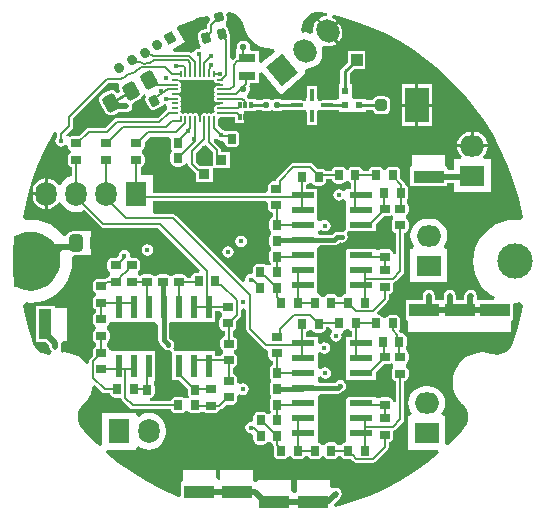
<source format=gtl>
G04*
G04 #@! TF.GenerationSoftware,Altium Limited,Altium Designer,20.0.13 (296)*
G04*
G04 Layer_Physical_Order=1*
G04 Layer_Color=255*
%FSLAX25Y25*%
%MOIN*%
G70*
G01*
G75*
%ADD10C,0.00600*%
%ADD13C,0.01000*%
G04:AMPARAMS|DCode=14|XSize=57.13mil|YSize=45.32mil|CornerRadius=11.33mil|HoleSize=0mil|Usage=FLASHONLY|Rotation=270.000|XOffset=0mil|YOffset=0mil|HoleType=Round|Shape=RoundedRectangle|*
%AMROUNDEDRECTD14*
21,1,0.05713,0.02266,0,0,270.0*
21,1,0.03447,0.04532,0,0,270.0*
1,1,0.02266,-0.01133,-0.01723*
1,1,0.02266,-0.01133,0.01723*
1,1,0.02266,0.01133,0.01723*
1,1,0.02266,0.01133,-0.01723*
%
%ADD14ROUNDEDRECTD14*%
%ADD15R,0.10236X0.04331*%
%ADD16R,0.02200X0.07800*%
%ADD17R,0.07800X0.02200*%
G04:AMPARAMS|DCode=18|XSize=35.43mil|YSize=29.53mil|CornerRadius=7.38mil|HoleSize=0mil|Usage=FLASHONLY|Rotation=90.000|XOffset=0mil|YOffset=0mil|HoleType=Round|Shape=RoundedRectangle|*
%AMROUNDEDRECTD18*
21,1,0.03543,0.01476,0,0,90.0*
21,1,0.02067,0.02953,0,0,90.0*
1,1,0.01476,0.00738,0.01034*
1,1,0.01476,0.00738,-0.01034*
1,1,0.01476,-0.00738,-0.01034*
1,1,0.01476,-0.00738,0.01034*
%
%ADD18ROUNDEDRECTD18*%
G04:AMPARAMS|DCode=19|XSize=35.43mil|YSize=29.53mil|CornerRadius=7.38mil|HoleSize=0mil|Usage=FLASHONLY|Rotation=180.000|XOffset=0mil|YOffset=0mil|HoleType=Round|Shape=RoundedRectangle|*
%AMROUNDEDRECTD19*
21,1,0.03543,0.01476,0,0,180.0*
21,1,0.02067,0.02953,0,0,180.0*
1,1,0.01476,-0.01034,0.00738*
1,1,0.01476,0.01034,0.00738*
1,1,0.01476,0.01034,-0.00738*
1,1,0.01476,-0.01034,-0.00738*
%
%ADD19ROUNDEDRECTD19*%
%ADD20R,0.04331X0.10236*%
G04:AMPARAMS|DCode=21|XSize=35.43mil|YSize=29.53mil|CornerRadius=7.38mil|HoleSize=0mil|Usage=FLASHONLY|Rotation=285.000|XOffset=0mil|YOffset=0mil|HoleType=Round|Shape=RoundedRectangle|*
%AMROUNDEDRECTD21*
21,1,0.03543,0.01476,0,0,285.0*
21,1,0.02067,0.02953,0,0,285.0*
1,1,0.01476,-0.00446,-0.01189*
1,1,0.01476,-0.00981,0.00807*
1,1,0.01476,0.00446,0.01189*
1,1,0.01476,0.00981,-0.00807*
%
%ADD21ROUNDEDRECTD21*%
G04:AMPARAMS|DCode=22|XSize=35.43mil|YSize=29.53mil|CornerRadius=7.38mil|HoleSize=0mil|Usage=FLASHONLY|Rotation=300.000|XOffset=0mil|YOffset=0mil|HoleType=Round|Shape=RoundedRectangle|*
%AMROUNDEDRECTD22*
21,1,0.03543,0.01476,0,0,300.0*
21,1,0.02067,0.02953,0,0,300.0*
1,1,0.01476,-0.00123,-0.01264*
1,1,0.01476,-0.01156,0.00526*
1,1,0.01476,0.00123,0.01264*
1,1,0.01476,0.01156,-0.00526*
%
%ADD22ROUNDEDRECTD22*%
G04:AMPARAMS|DCode=23|XSize=57.13mil|YSize=45.32mil|CornerRadius=11.33mil|HoleSize=0mil|Usage=FLASHONLY|Rotation=120.000|XOffset=0mil|YOffset=0mil|HoleType=Round|Shape=RoundedRectangle|*
%AMROUNDEDRECTD23*
21,1,0.05713,0.02266,0,0,120.0*
21,1,0.03447,0.04532,0,0,120.0*
1,1,0.02266,0.00119,0.02059*
1,1,0.02266,0.01843,-0.00926*
1,1,0.02266,-0.00119,-0.02059*
1,1,0.02266,-0.01843,0.00926*
%
%ADD23ROUNDEDRECTD23*%
%ADD24R,0.03937X0.03937*%
%ADD25R,0.08661X0.04134*%
%ADD26R,0.03937X0.01378*%
%ADD27R,0.01378X0.03937*%
%ADD28R,0.02362X0.02400*%
%ADD29R,0.02362X0.02362*%
%ADD30R,0.02362X0.02362*%
%ADD31R,0.01181X0.01968*%
G04:AMPARAMS|DCode=32|XSize=19.68mil|YSize=20.63mil|CornerRadius=4.92mil|HoleSize=0mil|Usage=FLASHONLY|Rotation=90.000|XOffset=0mil|YOffset=0mil|HoleType=Round|Shape=RoundedRectangle|*
%AMROUNDEDRECTD32*
21,1,0.01968,0.01079,0,0,90.0*
21,1,0.00984,0.02063,0,0,90.0*
1,1,0.00984,0.00539,0.00492*
1,1,0.00984,0.00539,-0.00492*
1,1,0.00984,-0.00539,-0.00492*
1,1,0.00984,-0.00539,0.00492*
%
%ADD32ROUNDEDRECTD32*%
%ADD33R,0.05512X0.02756*%
%ADD34R,0.03740X0.03347*%
%ADD36O,0.00787X0.02362*%
%ADD37O,0.02362X0.00787*%
G04:AMPARAMS|DCode=38|XSize=31.5mil|YSize=31.5mil|CornerRadius=7.87mil|HoleSize=0mil|Usage=FLASHONLY|Rotation=15.000|XOffset=0mil|YOffset=0mil|HoleType=Round|Shape=RoundedRectangle|*
%AMROUNDEDRECTD38*
21,1,0.03150,0.01575,0,0,15.0*
21,1,0.01575,0.03150,0,0,15.0*
1,1,0.01575,0.00964,-0.00557*
1,1,0.01575,-0.00557,-0.00964*
1,1,0.01575,-0.00964,0.00557*
1,1,0.01575,0.00557,0.00964*
%
%ADD38ROUNDEDRECTD38*%
G04:AMPARAMS|DCode=39|XSize=39.37mil|YSize=39.37mil|CornerRadius=9.84mil|HoleSize=0mil|Usage=FLASHONLY|Rotation=0.000|XOffset=0mil|YOffset=0mil|HoleType=Round|Shape=RoundedRectangle|*
%AMROUNDEDRECTD39*
21,1,0.03937,0.01968,0,0,0.0*
21,1,0.01968,0.03937,0,0,0.0*
1,1,0.01968,0.00984,-0.00984*
1,1,0.01968,-0.00984,-0.00984*
1,1,0.01968,-0.00984,0.00984*
1,1,0.01968,0.00984,0.00984*
%
%ADD39ROUNDEDRECTD39*%
%ADD40R,0.07874X0.11811*%
%ADD77R,0.11024X0.11024*%
%ADD78C,0.02000*%
%ADD79C,0.00800*%
%ADD80C,0.01500*%
%ADD81C,0.01155*%
%ADD82O,0.08268X0.07087*%
%ADD83R,0.08268X0.07087*%
%ADD84O,0.07087X0.08268*%
%ADD85R,0.07087X0.08268*%
G04:AMPARAMS|DCode=86|XSize=35.43mil|YSize=31.5mil|CornerRadius=0mil|HoleSize=0mil|Usage=FLASHONLY|Rotation=120.000|XOffset=0mil|YOffset=0mil|HoleType=Round|Shape=Rectangle|*
%AMROTATEDRECTD86*
4,1,4,0.02250,-0.00747,-0.00478,-0.02322,-0.02250,0.00747,0.00478,0.02322,0.02250,-0.00747,0.0*
%
%ADD86ROTATEDRECTD86*%

G04:AMPARAMS|DCode=87|XSize=35.43mil|YSize=31.5mil|CornerRadius=0mil|HoleSize=0mil|Usage=FLASHONLY|Rotation=120.000|XOffset=0mil|YOffset=0mil|HoleType=Round|Shape=Round|*
%AMOVALD87*
21,1,0.00394,0.03150,0.00000,0.00000,120.0*
1,1,0.03150,0.00098,-0.00171*
1,1,0.03150,-0.00098,0.00171*
%
%ADD87OVALD87*%

G04:AMPARAMS|DCode=88|XSize=70.87mil|YSize=82.68mil|CornerRadius=0mil|HoleSize=0mil|Usage=FLASHONLY|Rotation=40.000|XOffset=0mil|YOffset=0mil|HoleType=Round|Shape=Round|*
%AMOVALD88*
21,1,0.01181,0.07087,0.00000,0.00000,130.0*
1,1,0.07087,0.00380,-0.00452*
1,1,0.07087,-0.00380,0.00452*
%
%ADD88OVALD88*%

G04:AMPARAMS|DCode=89|XSize=70.87mil|YSize=82.68mil|CornerRadius=0mil|HoleSize=0mil|Usage=FLASHONLY|Rotation=40.000|XOffset=0mil|YOffset=0mil|HoleType=Round|Shape=Rectangle|*
%AMROTATEDRECTD89*
4,1,4,-0.00057,-0.05444,-0.05372,0.00889,0.00057,0.05444,0.05372,-0.00889,-0.00057,-0.05444,0.0*
%
%ADD89ROTATEDRECTD89*%

%ADD90C,0.11811*%
%ADD91C,0.01772*%
G36*
X16499Y82968D02*
X16499Y82968D01*
X16499Y82968D01*
X17471Y82759D01*
X18007Y82634D01*
X17914Y81629D01*
X17085Y81593D01*
X15944Y81233D01*
X15361Y80862D01*
X18322Y77332D01*
X21450Y79957D01*
X21391Y80026D01*
X20509Y80834D01*
X19848Y81178D01*
X20197Y82124D01*
X21898Y81727D01*
X27196Y80120D01*
X32378Y78170D01*
X37421Y75885D01*
X42304Y73275D01*
X47006Y70351D01*
X51506Y67126D01*
X55786Y63614D01*
X59827Y59829D01*
X63612Y55788D01*
X67124Y51508D01*
X70349Y47007D01*
X73273Y42305D01*
X75883Y37423D01*
X78168Y32379D01*
X80119Y27198D01*
X81726Y21899D01*
X82983Y16507D01*
X83315Y14496D01*
X82430Y13718D01*
X80709Y13854D01*
X78541Y13683D01*
X76428Y13176D01*
X74419Y12344D01*
X72566Y11208D01*
X70913Y9796D01*
X69501Y8143D01*
X68365Y6289D01*
X67533Y4281D01*
X67026Y2167D01*
X66855Y0D01*
X67026Y-2167D01*
X67533Y-4281D01*
X68365Y-6289D01*
X69501Y-8143D01*
X70913Y-9796D01*
X72566Y-11208D01*
X73890Y-12020D01*
X73608Y-13020D01*
X68002D01*
X67936Y-12020D01*
X68039Y-11500D01*
X67884Y-10720D01*
X67442Y-10058D01*
X66780Y-9616D01*
X66000Y-9461D01*
X65220Y-9616D01*
X64558Y-10058D01*
X64440Y-10176D01*
X63998Y-10838D01*
X63843Y-11618D01*
Y-13020D01*
X61039D01*
Y-11500D01*
X60884Y-10720D01*
X60442Y-10058D01*
X59780Y-9616D01*
X59000Y-9461D01*
X58220Y-9616D01*
X57558Y-10058D01*
X57116Y-10720D01*
X56961Y-11500D01*
Y-13020D01*
X54039D01*
Y-11500D01*
X53884Y-10720D01*
X53442Y-10058D01*
X52780Y-9616D01*
X52000Y-9461D01*
X51220Y-9616D01*
X50558Y-10058D01*
X50116Y-10720D01*
X49961Y-11500D01*
Y-13020D01*
X44382D01*
Y-18756D01*
X44382Y-19350D01*
X45000Y-20094D01*
Y-23500D01*
X55750D01*
X56000Y-23500D01*
X56750D01*
X57000Y-23500D01*
X67500D01*
X67750Y-23500D01*
X68500D01*
X68750Y-23500D01*
X79500D01*
Y-20094D01*
X80118Y-19350D01*
X80118Y-18756D01*
Y-14400D01*
X80709Y-13854D01*
X82430Y-13718D01*
X83315Y-14496D01*
X82983Y-16506D01*
X81726Y-21898D01*
X80408Y-26242D01*
X80077Y-27185D01*
X79709Y-28033D01*
X79426Y-28563D01*
X78698Y-29450D01*
X77811Y-30178D01*
X76799Y-30719D01*
X75701Y-31052D01*
X74560Y-31164D01*
X73418Y-31052D01*
X72834Y-30875D01*
X72823Y-30912D01*
X72823D01*
X72823Y-30912D01*
X72716Y-30891D01*
X71831Y-30622D01*
X69895Y-30432D01*
X67959Y-30622D01*
X66098Y-31187D01*
X64383Y-32104D01*
X62879Y-33338D01*
X61645Y-34841D01*
X60728Y-36557D01*
X60164Y-38418D01*
X59973Y-40354D01*
X60164Y-42289D01*
X60728Y-44150D01*
X61645Y-45866D01*
X62879Y-47369D01*
X63163Y-47631D01*
X63339Y-47776D01*
X64067Y-48663D01*
X64608Y-49674D01*
X64941Y-50772D01*
X65053Y-51914D01*
X64941Y-53056D01*
X64608Y-54154D01*
X64158Y-54994D01*
X63582Y-55756D01*
X62930Y-56514D01*
X59827Y-59827D01*
X58340Y-61220D01*
X57422Y-60823D01*
Y-51757D01*
X56707D01*
X56213Y-50757D01*
X56721Y-50095D01*
X57279Y-48747D01*
X57470Y-47300D01*
X57279Y-45853D01*
X56721Y-44504D01*
X55832Y-43346D01*
X54674Y-42458D01*
X53326Y-41899D01*
X51879Y-41709D01*
X50698D01*
X49251Y-41899D01*
X47902Y-42458D01*
X46744Y-43346D01*
X45856Y-44504D01*
X45297Y-45853D01*
X45107Y-47300D01*
X45297Y-48747D01*
X45856Y-50095D01*
X46363Y-50757D01*
X45870Y-51757D01*
X45154D01*
Y-62843D01*
X55146D01*
X55504Y-63843D01*
X51506Y-67124D01*
X47006Y-70349D01*
X42304Y-73273D01*
X37421Y-75883D01*
X32378Y-78168D01*
X27196Y-80118D01*
X21898Y-81726D01*
X20821Y-81977D01*
X20316Y-81068D01*
X22442Y-78942D01*
X22884Y-78280D01*
X23039Y-77500D01*
X22884Y-76720D01*
X22442Y-76058D01*
X21780Y-75616D01*
X21000Y-75461D01*
X20220Y-75616D01*
X20000Y-75763D01*
X19000Y-75230D01*
Y-73000D01*
X8000D01*
Y-77000D01*
X7382Y-77150D01*
X6938Y-77150D01*
X6000Y-76406D01*
Y-73000D01*
X-5000D01*
Y-73364D01*
X-5882Y-73650D01*
X-6500Y-72906D01*
Y-69500D01*
X-17500D01*
Y-72906D01*
X-17650Y-73086D01*
X-18075Y-73086D01*
X-19000Y-72148D01*
Y-69500D01*
X-30000D01*
Y-72906D01*
X-30618Y-73650D01*
X-30618Y-74244D01*
Y-77952D01*
X-31440Y-78522D01*
X-32379Y-78168D01*
X-37423Y-75883D01*
X-42305Y-73273D01*
X-47007Y-70349D01*
X-51508Y-67124D01*
X-55477Y-63867D01*
X-55119Y-62867D01*
X-45757D01*
Y-62151D01*
X-44757Y-61658D01*
X-44096Y-62166D01*
X-42747Y-62724D01*
X-41300Y-62915D01*
X-39853Y-62724D01*
X-38504Y-62166D01*
X-37346Y-61277D01*
X-36458Y-60119D01*
X-35899Y-58771D01*
X-35709Y-57324D01*
Y-56142D01*
X-35899Y-54695D01*
X-36458Y-53347D01*
X-37346Y-52189D01*
X-38504Y-51301D01*
X-39853Y-50742D01*
X-41300Y-50551D01*
X-42747Y-50742D01*
X-44096Y-51301D01*
X-44757Y-51808D01*
X-45757Y-51315D01*
Y-50599D01*
X-56843D01*
Y-61366D01*
X-57761Y-61764D01*
X-59829Y-59827D01*
X-62932Y-56514D01*
X-63584Y-55756D01*
X-64160Y-54994D01*
X-64609Y-54154D01*
X-64943Y-53056D01*
X-65055Y-51914D01*
X-64943Y-50772D01*
X-64609Y-49674D01*
X-64069Y-48663D01*
X-63341Y-47776D01*
X-63165Y-47631D01*
X-63165Y-47631D01*
X-62881Y-47369D01*
X-61647Y-45866D01*
X-60730Y-44150D01*
X-60165Y-42289D01*
X-60110Y-41732D01*
X-59169Y-41395D01*
X-56893Y-43670D01*
X-56463Y-43958D01*
X-55956Y-44058D01*
X-54408D01*
X-54331Y-44445D01*
X-53947Y-45020D01*
X-53372Y-45404D01*
X-52694Y-45539D01*
X-51218D01*
X-50525Y-45489D01*
X-50425Y-45996D01*
X-50425Y-45996D01*
X-50137Y-46426D01*
X-47693Y-48870D01*
X-47263Y-49158D01*
X-46756Y-49259D01*
X-33908D01*
X-33831Y-49645D01*
X-33447Y-50220D01*
X-32872Y-50604D01*
X-32194Y-50739D01*
X-30718D01*
X-30040Y-50604D01*
X-29465Y-50220D01*
X-29256Y-49907D01*
X-29066Y-49854D01*
X-28334D01*
X-28144Y-49907D01*
X-27935Y-50220D01*
X-27360Y-50604D01*
X-26682Y-50739D01*
X-25206D01*
X-24528Y-50604D01*
X-23953Y-50220D01*
X-22787Y-50180D01*
X-22212Y-50564D01*
X-21533Y-50699D01*
X-19466D01*
X-18788Y-50564D01*
X-18213Y-50180D01*
X-17829Y-49605D01*
X-17810Y-49511D01*
X-17319Y-49413D01*
X-16889Y-49126D01*
X-15687Y-47925D01*
X-13723D01*
X-13044Y-47790D01*
X-12469Y-47406D01*
X-12085Y-46831D01*
X-11950Y-46152D01*
Y-44839D01*
X-11533Y-44508D01*
X-11006Y-44296D01*
X-10736Y-44476D01*
X-10000Y-44623D01*
X-9264Y-44476D01*
X-8640Y-44060D01*
X-8224Y-43436D01*
X-8077Y-42700D01*
X-8224Y-41964D01*
X-8640Y-41340D01*
X-9264Y-40924D01*
X-10000Y-40777D01*
X-10736Y-40924D01*
X-11025Y-41117D01*
X-11736Y-40751D01*
X-11950Y-40561D01*
Y-39164D01*
X-12085Y-38486D01*
X-12469Y-37911D01*
X-13044Y-37527D01*
X-13430Y-37450D01*
Y-35495D01*
X-13044Y-35418D01*
X-12469Y-35034D01*
X-12085Y-34459D01*
X-11950Y-33780D01*
Y-32304D01*
X-12085Y-31626D01*
X-12469Y-31051D01*
X-12782Y-30842D01*
X-12835Y-30652D01*
Y-29921D01*
X-12782Y-29731D01*
X-12469Y-29522D01*
X-12085Y-28947D01*
X-11950Y-28269D01*
Y-26792D01*
X-12085Y-26114D01*
X-12469Y-25539D01*
X-13044Y-25155D01*
X-13430Y-25078D01*
Y-23160D01*
X-13288Y-23131D01*
X-12713Y-22747D01*
X-12329Y-22172D01*
X-12194Y-21494D01*
Y-20018D01*
X-12200Y-19989D01*
X-11063Y-18851D01*
X-10775Y-18421D01*
X-10674Y-17914D01*
Y-16368D01*
X-9800Y-15523D01*
X-8826Y-16328D01*
Y-22756D01*
X-8725Y-23263D01*
X-8437Y-23693D01*
X-3193Y-28937D01*
X-2763Y-29225D01*
X-2436Y-29290D01*
X-1942Y-29638D01*
X-1562Y-30018D01*
Y-31494D01*
X-1427Y-32172D01*
X-1043Y-32747D01*
X-468Y-33131D01*
X119Y-33248D01*
Y-34667D01*
X28Y-34685D01*
X-547Y-35069D01*
X-931Y-35644D01*
X-1066Y-36322D01*
Y-38389D01*
X-931Y-39068D01*
X-547Y-39643D01*
Y-40319D01*
X-931Y-40894D01*
X-1066Y-41572D01*
Y-43639D01*
X-931Y-44318D01*
X-547Y-44892D01*
Y-45569D01*
X-931Y-46144D01*
X-1066Y-46822D01*
Y-48889D01*
X-931Y-49568D01*
X-547Y-50143D01*
Y-50350D01*
X-993Y-50790D01*
X-2076Y-50819D01*
X-2651Y-50435D01*
X-3330Y-50300D01*
X-4806D01*
X-5484Y-50435D01*
X-6059Y-50819D01*
X-6443Y-51394D01*
X-6578Y-52072D01*
Y-53021D01*
X-7256Y-53577D01*
X-7992Y-53724D01*
X-8615Y-54140D01*
X-9032Y-54764D01*
X-9179Y-55500D01*
X-9032Y-56236D01*
X-8615Y-56860D01*
X-7992Y-57276D01*
X-7256Y-57423D01*
X-6578Y-58308D01*
Y-59389D01*
X-6443Y-60068D01*
X-6059Y-60642D01*
X-5484Y-61027D01*
X-4806Y-61162D01*
X-3330D01*
X-2651Y-61027D01*
X-2076Y-60642D01*
X-1867Y-60330D01*
X-1678Y-60277D01*
X-946D01*
X-756Y-60330D01*
X-547Y-60642D01*
X28Y-61027D01*
X119Y-61045D01*
Y-61210D01*
X219Y-61717D01*
X380Y-61957D01*
X347Y-62122D01*
Y-64189D01*
X482Y-64868D01*
X866Y-65443D01*
X1441Y-65827D01*
X2119Y-65962D01*
X3596D01*
X4274Y-65827D01*
X4849Y-65443D01*
X5058Y-65130D01*
X5248Y-65077D01*
X5979D01*
X6169Y-65130D01*
X6378Y-65443D01*
X6953Y-65827D01*
X7631Y-65962D01*
X9108D01*
X9786Y-65827D01*
X10361Y-65443D01*
X10633Y-65035D01*
X11160Y-64946D01*
X11204D01*
X11731Y-65035D01*
X12004Y-65443D01*
X12578Y-65827D01*
X13257Y-65962D01*
X14733D01*
X15411Y-65827D01*
X15986Y-65443D01*
X16195Y-65130D01*
X16385Y-65077D01*
X17117D01*
X17306Y-65130D01*
X17515Y-65443D01*
X18090Y-65827D01*
X18768Y-65962D01*
X20245D01*
X20923Y-65827D01*
X21498Y-65443D01*
X21770Y-65035D01*
X22298Y-64945D01*
X22341D01*
X22869Y-65035D01*
X23141Y-65443D01*
X23716Y-65827D01*
X24394Y-65962D01*
X25870D01*
X26032Y-65930D01*
X26867Y-66765D01*
X27297Y-67052D01*
X27804Y-67153D01*
X33417D01*
X33924Y-67052D01*
X34354Y-66765D01*
X38225Y-62893D01*
X38513Y-62463D01*
X38614Y-61956D01*
Y-60408D01*
X39000Y-60331D01*
X39575Y-59947D01*
X39959Y-59372D01*
X40094Y-58694D01*
Y-57218D01*
X40044Y-56525D01*
X40551Y-56425D01*
X40551Y-56425D01*
X40981Y-56137D01*
X43425Y-53693D01*
X43713Y-53263D01*
X43814Y-52756D01*
Y-39908D01*
X44200Y-39831D01*
X44775Y-39447D01*
X45159Y-38872D01*
X45294Y-38194D01*
Y-36718D01*
X45159Y-36040D01*
X44775Y-35465D01*
X44462Y-35256D01*
X44409Y-35066D01*
Y-34334D01*
X44462Y-34144D01*
X44775Y-33935D01*
X45159Y-33360D01*
X45294Y-32682D01*
Y-31206D01*
X45159Y-30528D01*
X44775Y-29953D01*
X44709Y-29909D01*
X44278Y-29278D01*
X44454Y-28627D01*
X44531Y-28512D01*
X44666Y-27834D01*
Y-25767D01*
X44531Y-25088D01*
X44147Y-24513D01*
X43572Y-24129D01*
X42894Y-23994D01*
X42653D01*
X42421Y-23647D01*
X41948Y-23173D01*
X41961Y-23043D01*
X42345Y-22468D01*
X42480Y-21789D01*
Y-19722D01*
X42345Y-19044D01*
X41961Y-18469D01*
X41386Y-18085D01*
X40707Y-17950D01*
X39231D01*
X38553Y-18085D01*
X37978Y-18469D01*
X37769Y-18782D01*
X37579Y-18835D01*
X36848D01*
X36658Y-18782D01*
X36449Y-18469D01*
X35874Y-18085D01*
X35196Y-17950D01*
X35161D01*
X34747Y-16950D01*
X38170Y-13527D01*
X38458Y-13097D01*
X38559Y-12590D01*
Y-11042D01*
X38945Y-10965D01*
X39520Y-10581D01*
X39904Y-10006D01*
X40039Y-9328D01*
Y-7852D01*
X39989Y-7159D01*
X40496Y-7058D01*
X40496Y-7058D01*
X40926Y-6771D01*
X43370Y-4327D01*
X43658Y-3897D01*
X43759Y-3390D01*
Y9458D01*
X44145Y9535D01*
X44720Y9919D01*
X45104Y10494D01*
X45239Y11172D01*
Y12648D01*
X45104Y13327D01*
X44720Y13902D01*
X44407Y14111D01*
X44354Y14300D01*
Y15032D01*
X44407Y15222D01*
X44720Y15431D01*
X45104Y16006D01*
X45239Y16684D01*
Y18160D01*
X45104Y18838D01*
X44720Y19413D01*
X44680Y20580D01*
X45064Y21155D01*
X45199Y21833D01*
Y23900D01*
X45064Y24578D01*
X44680Y25153D01*
X44105Y25537D01*
X44011Y25556D01*
X43914Y26047D01*
X43626Y26477D01*
X42425Y27679D01*
Y29644D01*
X42290Y30322D01*
X41906Y30897D01*
X41331Y31281D01*
X40652Y31416D01*
X39176D01*
X38498Y31281D01*
X37923Y30897D01*
X37714Y30584D01*
X37524Y30531D01*
X36793D01*
X36603Y30584D01*
X36394Y30897D01*
X35819Y31281D01*
X35141Y31416D01*
X33664D01*
X32986Y31281D01*
X32411Y30897D01*
X32027Y30322D01*
X31950Y29936D01*
X29994D01*
X29918Y30322D01*
X29533Y30897D01*
X28959Y31281D01*
X28280Y31416D01*
X26804D01*
X26126Y31281D01*
X25551Y30897D01*
X25342Y30584D01*
X25152Y30531D01*
X24421D01*
X24231Y30584D01*
X24022Y30897D01*
X23447Y31281D01*
X22769Y31416D01*
X21292D01*
X20614Y31281D01*
X20039Y30897D01*
X19655Y30322D01*
X19578Y29936D01*
X17482D01*
X17247Y30287D01*
X16672Y30671D01*
X15994Y30806D01*
X14879D01*
X14789Y30866D01*
X13352Y32303D01*
X12922Y32591D01*
X12414Y32692D01*
X6866D01*
X6359Y32591D01*
X5929Y32303D01*
X1397Y27771D01*
X1110Y27341D01*
X1009Y26834D01*
Y26632D01*
X155D01*
X-523Y26498D01*
X-1098Y26113D01*
X-1482Y25539D01*
X-1617Y24860D01*
Y23384D01*
X-2499Y22692D01*
X-39957D01*
Y28634D01*
X-44073D01*
Y31312D01*
X-43788Y31369D01*
X-43213Y31753D01*
X-42829Y32328D01*
X-42694Y33006D01*
Y34482D01*
X-42829Y35160D01*
X-43213Y35735D01*
X-43526Y35944D01*
X-43579Y36134D01*
Y36866D01*
X-43526Y37056D01*
X-43213Y37265D01*
X-42829Y37839D01*
X-42694Y38518D01*
Y39748D01*
X-40969Y41473D01*
X-34767D01*
X-34071Y40473D01*
X-34099Y40334D01*
Y38267D01*
X-33964Y37588D01*
X-33955Y37576D01*
X-33689Y36754D01*
X-33977Y36076D01*
X-34020Y36012D01*
X-34154Y35333D01*
Y33266D01*
X-34020Y32588D01*
X-33635Y32013D01*
X-33061Y31629D01*
X-32382Y31494D01*
X-30906D01*
X-30228Y31629D01*
X-29653Y32013D01*
X-29326Y32503D01*
X-28835Y32548D01*
X-28326Y32500D01*
X-28225Y31993D01*
X-27937Y31563D01*
X-25947Y29572D01*
X-25724Y29424D01*
Y26463D01*
X-19984D01*
Y30991D01*
X-14276D01*
Y36337D01*
X-17290D01*
Y36916D01*
X-17391Y37423D01*
X-17679Y37853D01*
X-19563Y39738D01*
X-19470Y40670D01*
X-18560Y40640D01*
X-17936Y40224D01*
X-17200Y40077D01*
X-17166Y40084D01*
X-16800Y39931D01*
X-16104Y39353D01*
X-16031Y38988D01*
X-15647Y38413D01*
X-15072Y38029D01*
X-14394Y37894D01*
X-12918D01*
X-12240Y38029D01*
X-11665Y38413D01*
X-11280Y38988D01*
X-11146Y39667D01*
Y41734D01*
X-11280Y42412D01*
X-11665Y42987D01*
X-12240Y43371D01*
X-12918Y43506D01*
X-14394D01*
X-15072Y43371D01*
X-15840Y43360D01*
X-16464Y43776D01*
X-17080Y43899D01*
X-18248Y45067D01*
Y47216D01*
X-17931Y47664D01*
X-17483Y47980D01*
X-12691D01*
Y46116D01*
X-9509D01*
Y50053D01*
X-5573D01*
Y50410D01*
X-3701D01*
X-3241Y50102D01*
X-2658Y49986D01*
X-1579D01*
X-997Y50102D01*
X-504Y50432D01*
X-96D01*
X397Y50102D01*
X979Y49986D01*
X2058D01*
X2640Y50102D01*
X3073Y50392D01*
X5131D01*
Y50311D01*
X10332D01*
X11068Y50311D01*
X11332Y49420D01*
Y45488D01*
X14710D01*
Y49420D01*
X14974Y50311D01*
X15710Y50311D01*
X20911D01*
Y50392D01*
X21919D01*
Y49800D01*
X25651D01*
X26281Y49800D01*
X27273Y49819D01*
X31005D01*
Y50392D01*
X33317D01*
X33347Y50242D01*
X33785Y49585D01*
X34442Y49147D01*
X35216Y48993D01*
X37184D01*
X37958Y49147D01*
X38615Y49585D01*
X39053Y50242D01*
X39207Y51016D01*
Y52984D01*
X39053Y53759D01*
X38615Y54415D01*
X37958Y54853D01*
X37184Y55007D01*
X35216D01*
X34442Y54853D01*
X33785Y54415D01*
X33347Y53759D01*
X33317Y53608D01*
X31005D01*
Y54181D01*
X27273D01*
X27124Y54184D01*
X26535Y54435D01*
X26281Y55031D01*
X26281Y55200D01*
Y58906D01*
X25708D01*
Y62639D01*
X27201Y64131D01*
X30863D01*
Y70069D01*
X24926D01*
Y66406D01*
X22963Y64443D01*
X22614Y63921D01*
X22492Y63305D01*
Y58906D01*
X21919D01*
Y55200D01*
X21919Y54543D01*
X21814Y53922D01*
X20911Y53689D01*
X20911Y53689D01*
X20911Y53689D01*
X15710D01*
X14974Y53689D01*
X14710Y54580D01*
Y58512D01*
X11332D01*
Y54580D01*
X11068Y53689D01*
X10332Y53689D01*
X5131D01*
Y53608D01*
X3073D01*
X2640Y53898D01*
X2058Y54014D01*
X979D01*
X397Y53898D01*
X-96Y53568D01*
X-504D01*
X-997Y53898D01*
X-1579Y54014D01*
X-2658D01*
X-3241Y53898D01*
X-3646Y53627D01*
X-5573D01*
Y54021D01*
X-8106D01*
X-8313Y54331D01*
X-8313Y54331D01*
X-8586Y54605D01*
X-8612Y54835D01*
X-8381Y55814D01*
X-8204Y55932D01*
X-7874Y56426D01*
X-7758Y57008D01*
Y57992D01*
X-7825Y58328D01*
X-7594Y58674D01*
X-7493Y59181D01*
Y59269D01*
X-4744D01*
Y62750D01*
X-3744Y63113D01*
X2636Y55510D01*
X11129Y62637D01*
X10669Y63184D01*
X11118Y64205D01*
X11951Y64241D01*
X13342Y64680D01*
X14573Y65465D01*
X15560Y66541D01*
X16233Y67835D01*
X16549Y69260D01*
X16486Y70718D01*
X16362Y71112D01*
X16845Y71626D01*
X17179Y71846D01*
X18241Y71610D01*
X19436Y71663D01*
X20577Y72022D01*
X21160Y72394D01*
X17877Y76306D01*
X14595Y80219D01*
X14127Y79709D01*
X13575Y78648D01*
X13316Y77480D01*
X13363Y76393D01*
X13089Y76102D01*
X12499Y75716D01*
X12133Y75906D01*
X10708Y76222D01*
X9912Y76187D01*
X9591Y76499D01*
X9241Y77159D01*
X9385Y77635D01*
X9556Y78179D01*
X9562Y78189D01*
X9663Y78519D01*
X9663Y78519D01*
X9951Y79468D01*
X10492Y80480D01*
X11220Y81367D01*
X12106Y82095D01*
X13118Y82635D01*
X14216Y82968D01*
X15358Y83081D01*
X16499Y82968D01*
D02*
G37*
G36*
X-20879Y81073D02*
X-20796Y80451D01*
X-21437Y79810D01*
X-21725Y79380D01*
X-21825Y78873D01*
Y77324D01*
X-22375Y77288D01*
X-23801Y76906D01*
X-24421Y76600D01*
X-24877Y76080D01*
X-25100Y75425D01*
X-25054Y74735D01*
X-24519Y72739D01*
X-24214Y72119D01*
X-23870Y71817D01*
X-24230Y70869D01*
X-24500Y70923D01*
X-25236Y70776D01*
X-25860Y70360D01*
X-26156Y69916D01*
X-26269Y69791D01*
X-26875Y69566D01*
X-26907Y69557D01*
X-27122Y69506D01*
X-27344Y69496D01*
X-27487Y69524D01*
X-27729Y69577D01*
X-32901Y69665D01*
X-33151Y70633D01*
X-29256Y72882D01*
X-31936Y77522D01*
X-31599Y78464D01*
X-27198Y80120D01*
X-21899Y81727D01*
X-21834Y81742D01*
X-20879Y81073D01*
D02*
G37*
G36*
X-14218Y82968D02*
X-13120Y82635D01*
X-12108Y82095D01*
X-11221Y81367D01*
X-10493Y80480D01*
X-9953Y79468D01*
X-9665Y78519D01*
X-9665Y78519D01*
X-9564Y78189D01*
X-9558Y78179D01*
X-9386Y77635D01*
X-9167Y76913D01*
X-8251Y75197D01*
X-7017Y73694D01*
X-5513Y72460D01*
X-3798Y71543D01*
X-1936Y70978D01*
X-1Y70788D01*
X229Y70810D01*
X635Y69845D01*
X-3838Y66092D01*
X-4744Y66515D01*
Y69931D01*
X-7030D01*
X-7136Y69992D01*
X-7773Y70931D01*
X-7758Y71008D01*
Y71992D01*
X-7874Y72574D01*
X-8204Y73068D01*
X-8697Y73398D01*
X-9279Y73514D01*
X-10358D01*
X-10941Y73398D01*
X-11434Y73068D01*
X-11764Y72574D01*
X-11880Y71992D01*
Y71008D01*
X-11864Y70931D01*
X-12256Y69931D01*
X-12256D01*
Y67931D01*
X-12312Y67920D01*
X-12742Y67633D01*
X-13174Y67200D01*
X-14175Y67614D01*
Y73834D01*
X-14275Y74341D01*
X-14390Y74512D01*
X-14300Y74775D01*
X-14346Y75465D01*
X-14881Y77461D01*
X-15186Y78082D01*
X-15558Y78408D01*
X-15641Y78584D01*
X-15718Y79030D01*
X-15730Y79602D01*
X-15515Y79847D01*
X-15286Y80520D01*
X-15333Y81230D01*
X-15554Y82057D01*
X-15525Y82211D01*
X-14786Y83024D01*
X-14218Y82968D01*
D02*
G37*
G36*
X-51255Y58828D02*
X-51182Y58481D01*
X-51312Y58217D01*
X-51367Y57371D01*
X-51095Y56567D01*
X-51061Y56510D01*
X-51865Y55902D01*
X-51929Y55918D01*
X-52488Y56556D01*
X-53249Y56931D01*
X-54096Y56987D01*
X-54899Y56714D01*
X-56862Y55581D01*
X-57499Y55022D01*
X-57875Y54261D01*
X-57930Y53414D01*
X-57657Y52610D01*
X-55934Y49625D01*
X-55375Y48987D01*
X-54614Y48612D01*
X-53767Y48557D01*
X-52964Y48829D01*
X-51359Y49755D01*
X-49740D01*
X-49680Y49716D01*
X-48900Y49561D01*
X-48120Y49716D01*
X-47458Y50158D01*
X-47016Y50820D01*
X-46861Y51600D01*
X-47016Y52380D01*
X-46180Y52913D01*
X-44438Y53919D01*
X-43801Y54478D01*
X-43425Y55239D01*
X-42660Y55550D01*
X-42390Y54648D01*
X-42481Y54462D01*
X-42526Y53772D01*
X-42304Y53118D01*
X-41271Y51328D01*
X-40815Y50808D01*
X-40195Y50502D01*
X-39505Y50457D01*
X-38850Y50679D01*
X-37571Y51417D01*
X-37051Y51873D01*
X-36236Y52324D01*
X-35729Y52223D01*
X-35220Y51291D01*
X-35435Y50595D01*
X-35702Y50417D01*
X-35702Y50417D01*
X-38391Y47727D01*
X-51900D01*
X-52446Y47619D01*
X-52909Y47309D01*
X-52909Y47309D01*
X-55730Y44489D01*
X-61399D01*
X-61945Y44381D01*
X-62408Y44071D01*
X-62408Y44071D01*
X-64713Y41766D01*
X-66533D01*
X-67212Y41631D01*
X-67409Y41500D01*
X-68486Y41660D01*
X-68649Y41757D01*
X-68833Y42120D01*
X-68715Y42311D01*
X-66963Y44063D01*
X-66675Y44493D01*
X-66575Y45000D01*
Y47651D01*
X-54731Y59495D01*
X-51749D01*
X-51255Y58828D01*
D02*
G37*
G36*
X-31592Y60800D02*
X-31560Y60752D01*
X-31165Y60488D01*
X-30699Y60395D01*
X-30233Y60488D01*
X-29912Y60703D01*
X-29590Y60488D01*
X-29124Y60395D01*
X-28659Y60488D01*
X-28337Y60703D01*
X-28015Y60488D01*
X-27550Y60395D01*
X-27084Y60488D01*
X-26762Y60703D01*
X-26441Y60488D01*
X-25975Y60395D01*
X-25509Y60488D01*
X-25187Y60703D01*
X-24866Y60488D01*
X-24400Y60395D01*
X-23934Y60488D01*
X-23613Y60703D01*
X-23291Y60488D01*
X-22825Y60395D01*
X-22359Y60488D01*
X-22038Y60703D01*
X-21716Y60488D01*
X-21250Y60395D01*
X-20785Y60488D01*
X-20463Y60703D01*
X-20141Y60488D01*
X-19706Y60401D01*
X-19619Y59966D01*
X-19355Y59571D01*
X-18960Y59307D01*
X-18495Y59214D01*
X-17707D01*
Y58499D01*
X-18495D01*
X-18960Y58406D01*
X-19355Y58143D01*
X-19619Y57748D01*
X-19712Y57282D01*
X-19619Y56816D01*
X-19404Y56494D01*
X-19619Y56173D01*
X-19712Y55707D01*
X-19619Y55241D01*
X-19404Y54920D01*
X-19619Y54598D01*
X-19712Y54132D01*
X-19619Y53667D01*
X-19355Y53272D01*
X-18960Y53008D01*
X-18495Y52915D01*
X-17739D01*
X-17707Y52909D01*
Y52206D01*
X-17739Y52200D01*
X-18495D01*
X-18960Y52107D01*
X-19355Y51843D01*
X-19619Y51448D01*
X-19712Y50983D01*
X-19619Y50517D01*
X-19404Y50195D01*
X-19619Y49874D01*
X-19706Y49438D01*
X-20141Y49351D01*
X-20463Y49136D01*
X-20785Y49351D01*
X-21250Y49444D01*
X-21716Y49351D01*
X-22038Y49136D01*
X-22359Y49351D01*
X-22825Y49444D01*
X-23291Y49351D01*
X-23686Y49087D01*
X-23950Y48693D01*
X-24042Y48227D01*
Y47439D01*
X-24751D01*
X-24758Y47472D01*
Y48227D01*
X-24850Y48693D01*
X-25114Y49087D01*
X-25509Y49351D01*
X-25975Y49444D01*
X-26441Y49351D01*
X-26762Y49136D01*
X-27084Y49351D01*
X-27550Y49444D01*
X-28015Y49351D01*
X-28337Y49136D01*
X-28659Y49351D01*
X-29124Y49444D01*
X-29590Y49351D01*
X-29912Y49136D01*
X-30233Y49351D01*
X-30669Y49438D01*
X-30756Y49874D01*
X-30971Y50195D01*
X-30756Y50517D01*
X-30663Y50983D01*
X-30756Y51448D01*
X-30971Y51770D01*
X-30756Y52092D01*
X-30663Y52557D01*
X-30756Y53023D01*
X-30971Y53345D01*
X-30756Y53667D01*
X-30663Y54132D01*
X-30756Y54598D01*
X-31020Y54993D01*
X-31415Y55257D01*
X-31880Y55349D01*
X-32635D01*
X-32668Y55356D01*
Y56058D01*
X-32636Y56065D01*
X-31880D01*
X-31415Y56157D01*
X-31020Y56421D01*
X-30756Y56816D01*
X-30663Y57282D01*
X-30756Y57748D01*
X-30971Y58069D01*
X-30756Y58391D01*
X-30663Y58857D01*
X-30756Y59323D01*
X-31020Y59717D01*
X-31414Y59981D01*
X-31880Y60074D01*
X-32250D01*
X-32439Y60526D01*
X-32155Y60856D01*
X-31592Y60800D01*
D02*
G37*
G36*
X-20649Y37075D02*
X-20016Y36337D01*
Y31809D01*
X-24100D01*
X-24228Y31835D01*
X-24460D01*
X-25675Y33049D01*
Y36151D01*
X-23312Y38514D01*
X-22188Y38613D01*
X-20649Y37075D01*
D02*
G37*
G36*
X-71825Y42807D02*
X-71925Y42300D01*
Y41482D01*
X-71960Y41460D01*
X-72376Y40836D01*
X-72523Y40100D01*
X-72376Y39364D01*
X-71960Y38740D01*
X-71336Y38324D01*
X-70600Y38177D01*
X-69864Y38324D01*
X-69306Y38697D01*
X-68715Y38591D01*
X-68278Y38380D01*
X-68171Y37839D01*
X-67787Y37265D01*
X-67474Y37056D01*
X-67421Y36866D01*
Y36134D01*
X-67474Y35944D01*
X-67787Y35735D01*
X-68171Y35160D01*
X-68306Y34482D01*
Y33006D01*
X-68171Y32328D01*
X-67787Y31753D01*
X-67212Y31369D01*
X-66927Y31312D01*
Y28494D01*
X-66947Y28491D01*
X-68296Y27933D01*
X-69454Y27044D01*
X-70342Y25886D01*
X-70500Y25505D01*
X-71200Y25421D01*
X-71598Y25468D01*
X-72260Y26331D01*
X-73209Y27059D01*
X-74314Y27517D01*
X-75000Y27607D01*
Y22500D01*
Y17393D01*
X-74314Y17483D01*
X-73209Y17941D01*
X-72260Y18669D01*
X-71598Y19532D01*
X-71200Y19579D01*
X-70500Y19495D01*
X-70342Y19114D01*
X-69454Y17956D01*
X-68296Y17067D01*
X-66947Y16509D01*
X-65500Y16318D01*
X-64053Y16509D01*
X-62872Y16998D01*
X-57437Y11563D01*
X-57007Y11275D01*
X-56500Y11174D01*
X-38238D01*
X-24180Y-2883D01*
X-24594Y-3883D01*
X-25494D01*
X-26172Y-4018D01*
X-26747Y-4402D01*
X-27131Y-4977D01*
X-27248Y-5564D01*
X-28667D01*
X-28685Y-5473D01*
X-29069Y-4898D01*
X-29644Y-4513D01*
X-30322Y-4378D01*
X-32389D01*
X-33068Y-4513D01*
X-33643Y-4898D01*
X-34319D01*
X-34894Y-4513D01*
X-35572Y-4378D01*
X-37639D01*
X-38318Y-4513D01*
X-38892Y-4898D01*
X-39569D01*
X-40144Y-4513D01*
X-40822Y-4378D01*
X-42889D01*
X-43568Y-4513D01*
X-44142Y-4898D01*
X-44350D01*
X-44790Y-4451D01*
X-44819Y-3368D01*
X-44435Y-2794D01*
X-44300Y-2115D01*
Y-639D01*
X-44435Y39D01*
X-44819Y614D01*
X-45394Y998D01*
X-46072Y1133D01*
X-47021D01*
X-47577Y1811D01*
X-47724Y2547D01*
X-48140Y3171D01*
X-48764Y3587D01*
X-49500Y3734D01*
X-50236Y3587D01*
X-50860Y3171D01*
X-51276Y2547D01*
X-51423Y1811D01*
X-52308Y1133D01*
X-53389D01*
X-54068Y998D01*
X-54642Y614D01*
X-55027Y39D01*
X-55162Y-639D01*
Y-2115D01*
X-55027Y-2794D01*
X-54642Y-3368D01*
X-54330Y-3577D01*
X-54277Y-3767D01*
Y-4499D01*
X-54330Y-4689D01*
X-54642Y-4898D01*
X-55027Y-5473D01*
X-55045Y-5564D01*
X-55210D01*
X-55717Y-5664D01*
X-55957Y-5825D01*
X-56122Y-5792D01*
X-58189D01*
X-58868Y-5927D01*
X-59443Y-6311D01*
X-59827Y-6886D01*
X-59962Y-7564D01*
Y-9041D01*
X-59827Y-9719D01*
X-59443Y-10294D01*
X-59130Y-10503D01*
X-59077Y-10693D01*
Y-11424D01*
X-59130Y-11614D01*
X-59443Y-11823D01*
X-59827Y-12398D01*
X-59962Y-13076D01*
Y-14552D01*
X-59827Y-15231D01*
X-59443Y-15806D01*
X-59035Y-16078D01*
X-58945Y-16605D01*
Y-16648D01*
X-59035Y-17176D01*
X-59443Y-17448D01*
X-59827Y-18023D01*
X-59962Y-18702D01*
Y-20178D01*
X-59827Y-20856D01*
X-59443Y-21431D01*
X-59130Y-21640D01*
X-59077Y-21830D01*
Y-22561D01*
X-59130Y-22751D01*
X-59443Y-22960D01*
X-59827Y-23535D01*
X-59962Y-24213D01*
Y-25690D01*
X-59827Y-26368D01*
X-59443Y-26943D01*
X-59035Y-27215D01*
X-58945Y-27743D01*
Y-27786D01*
X-59035Y-28313D01*
X-59443Y-28586D01*
X-59827Y-29161D01*
X-59962Y-29839D01*
Y-31315D01*
X-59930Y-31476D01*
X-60765Y-32312D01*
X-61052Y-32742D01*
X-61153Y-33249D01*
Y-33867D01*
X-62153Y-34225D01*
X-62881Y-33338D01*
X-64384Y-32104D01*
X-66100Y-31187D01*
X-67961Y-30622D01*
X-69897Y-30432D01*
X-70203Y-30462D01*
X-70771Y-29513D01*
X-70616Y-29280D01*
X-70461Y-28500D01*
Y-27268D01*
X-69831Y-26500D01*
X-68500D01*
Y-15500D01*
X-72500D01*
X-72650Y-14882D01*
X-78980D01*
Y-27118D01*
X-75533D01*
X-74539Y-28112D01*
Y-28500D01*
X-74384Y-29280D01*
X-73942Y-29942D01*
X-73738Y-30078D01*
X-73996Y-31109D01*
X-74561Y-31164D01*
X-75703Y-31052D01*
X-76801Y-30719D01*
X-77813Y-30178D01*
X-78699Y-29450D01*
X-79427Y-28563D01*
X-79968Y-27552D01*
X-80079Y-27185D01*
X-80410Y-26242D01*
X-81727Y-21898D01*
X-82985Y-16506D01*
X-83316Y-14496D01*
X-82431Y-13718D01*
X-80709Y-13854D01*
X-78541Y-13683D01*
X-76428Y-13176D01*
X-74419Y-12344D01*
X-72566Y-11208D01*
X-70913Y-9796D01*
X-69501Y-8143D01*
X-68365Y-6289D01*
X-67533Y-4281D01*
X-67026Y-2167D01*
X-66855Y0D01*
X-66944Y1136D01*
X-66912Y1252D01*
X-66017Y2102D01*
X-64411D01*
Y2102D01*
X-60500Y2102D01*
X-60500Y9898D01*
X-66676D01*
X-67508Y9733D01*
X-68214Y9261D01*
X-68685Y8556D01*
X-69486Y8403D01*
X-69733Y8415D01*
X-70913Y9796D01*
X-72566Y11208D01*
X-74419Y12344D01*
X-76428Y13176D01*
X-78541Y13683D01*
X-80709Y13854D01*
X-82432Y13718D01*
X-83317Y14495D01*
X-82985Y16507D01*
X-81727Y21899D01*
X-80120Y27198D01*
X-78170Y32379D01*
X-75885Y37423D01*
X-73275Y42305D01*
X-72674Y43271D01*
X-71825Y42807D01*
D02*
G37*
G36*
X19655Y26899D02*
X20039Y26324D01*
X20614Y25939D01*
X21292Y25804D01*
X22769D01*
X23447Y25939D01*
X24022Y26324D01*
X24231Y26636D01*
X24421Y26690D01*
X25152D01*
X25342Y26636D01*
X25551Y26324D01*
X26126Y25939D01*
X26217Y25921D01*
Y24110D01*
X24433D01*
Y23803D01*
X23598Y23508D01*
X23433Y23477D01*
X22836Y23876D01*
X22100Y24023D01*
X21364Y23876D01*
X20740Y23460D01*
X20324Y22836D01*
X20177Y22100D01*
X20324Y21364D01*
X20740Y20740D01*
X21364Y20324D01*
X22100Y20177D01*
X22836Y20324D01*
X23433Y20723D01*
X23598Y20692D01*
X23764Y20633D01*
X24433Y19910D01*
Y19110D01*
X24433D01*
Y14910D01*
X24433Y14910D01*
Y14110D01*
X24433D01*
X24433Y13910D01*
Y10513D01*
X24227Y10296D01*
X23466Y9830D01*
X23000Y9923D01*
X22304Y9784D01*
X21500D01*
X20817Y9648D01*
X20238Y9262D01*
X19771Y8794D01*
X15702D01*
X15092Y9016D01*
X14960Y10041D01*
X15032Y10114D01*
X15986Y10486D01*
X16610Y10069D01*
X17346Y9923D01*
X18082Y10069D01*
X18706Y10486D01*
X19122Y11110D01*
X19269Y11846D01*
X19122Y12582D01*
X18706Y13205D01*
X18082Y13622D01*
X17346Y13769D01*
X16610Y13622D01*
X16003Y13217D01*
X15827Y13252D01*
X14994Y13494D01*
X14833Y14110D01*
Y14910D01*
X14833D01*
Y19110D01*
X14833D01*
Y19910D01*
X14833D01*
Y24110D01*
X10984D01*
Y25294D01*
X11161Y25329D01*
X11735Y25713D01*
X11944Y26026D01*
X12134Y26079D01*
X12866D01*
X13056Y26026D01*
X13265Y25713D01*
X13839Y25329D01*
X14518Y25194D01*
X15994D01*
X16672Y25329D01*
X17247Y25713D01*
X17631Y26288D01*
X17766Y26967D01*
Y27285D01*
X19578D01*
X19655Y26899D01*
D02*
G37*
G36*
X40030Y14967D02*
X40146Y13902D01*
X39762Y13327D01*
X39627Y12648D01*
Y11172D01*
X39762Y10494D01*
X40146Y9919D01*
X40721Y9535D01*
X41108Y9458D01*
Y2504D01*
X40108Y2405D01*
X40004Y2927D01*
X39620Y3502D01*
X39045Y3886D01*
X38366Y4021D01*
X36300D01*
X35621Y3886D01*
X35233Y3626D01*
X34557Y3843D01*
X34233Y4069D01*
Y4110D01*
X24433D01*
Y-90D01*
X24433D01*
Y-890D01*
X24433D01*
Y-5090D01*
X24433D01*
Y-5890D01*
X24433D01*
Y-10090D01*
X24433Y-10090D01*
X24230Y-11006D01*
X23661Y-11119D01*
X23086Y-11503D01*
X22813Y-11911D01*
X22286Y-12000D01*
X22243D01*
X21715Y-11911D01*
X21443Y-11503D01*
X20868Y-11119D01*
X20190Y-10984D01*
X18713D01*
X18035Y-11119D01*
X17460Y-11503D01*
X17251Y-11816D01*
X17061Y-11869D01*
X16330D01*
X16140Y-11816D01*
X15931Y-11503D01*
X15356Y-11119D01*
X14955Y-11039D01*
X14833Y-10090D01*
X14833D01*
Y-5890D01*
X14833D01*
Y-5090D01*
X14833D01*
Y-1090D01*
X14833Y-890D01*
Y-90D01*
X14833Y110D01*
Y4110D01*
X14833D01*
Y4226D01*
X15702Y5226D01*
X20510D01*
X21193Y5362D01*
X21772Y5749D01*
X22239Y6216D01*
X22304D01*
X23000Y6077D01*
X23736Y6224D01*
X24360Y6640D01*
X24776Y7264D01*
X24923Y8000D01*
X24776Y8736D01*
X24660Y8910D01*
X25194Y9910D01*
X34233D01*
Y12236D01*
X37009Y15012D01*
X38366D01*
X39045Y15146D01*
X39106Y15188D01*
X39627Y15309D01*
X40030Y14967D01*
D02*
G37*
G36*
X-1617Y19348D02*
Y17872D01*
X-1482Y17194D01*
X-1098Y16619D01*
X-523Y16235D01*
X64Y16118D01*
Y14699D01*
X-27Y14681D01*
X-602Y14297D01*
X-986Y13722D01*
X-1121Y13044D01*
Y10977D01*
X-986Y10299D01*
X-602Y9724D01*
Y9047D01*
X-986Y8472D01*
X-1121Y7794D01*
Y5727D01*
X-986Y5049D01*
X-602Y4474D01*
Y3797D01*
X-986Y3222D01*
X-1121Y2544D01*
Y477D01*
X-986Y-201D01*
X-602Y-776D01*
Y-984D01*
X-1049Y-1423D01*
X-2131Y-1453D01*
X-2706Y-1069D01*
X-3385Y-934D01*
X-4861D01*
X-5539Y-1069D01*
X-6114Y-1453D01*
X-6498Y-2028D01*
X-6633Y-2706D01*
Y-3655D01*
X-7311Y-4211D01*
X-8047Y-4358D01*
X-8671Y-4774D01*
X-9087Y-5398D01*
X-9234Y-6134D01*
X-9173Y-6438D01*
X-10095Y-6931D01*
X-32463Y15437D01*
X-32893Y15725D01*
X-33400Y15825D01*
X-39181D01*
X-39957Y16366D01*
Y20041D01*
X-2499D01*
X-1617Y19348D01*
D02*
G37*
G36*
X-78795Y9620D02*
X-76955Y9062D01*
X-75260Y8155D01*
X-73773Y6936D01*
X-72932Y5911D01*
X-72932Y5911D01*
X-72748Y5706D01*
X-72582Y5595D01*
X-72086Y5264D01*
X-71306Y5108D01*
X-70525Y5264D01*
X-70058Y5151D01*
X-69902Y4869D01*
X-69636Y4115D01*
X-69830Y3773D01*
X-70492Y3331D01*
X-70934Y2670D01*
X-71059Y2040D01*
X-71089Y1889D01*
X-71055Y1564D01*
X-71055Y1564D01*
X-70900Y0D01*
X-71089Y-1914D01*
X-71647Y-3754D01*
X-72553Y-5449D01*
X-73773Y-6936D01*
X-75260Y-8155D01*
X-76955Y-9062D01*
X-78795Y-9620D01*
X-80709Y-9808D01*
X-82622Y-9620D01*
X-84462Y-9062D01*
X-85056Y-8744D01*
Y-8744D01*
X-85186Y-8692D01*
X-85511Y-8627D01*
X-85511Y-8627D01*
X-85524Y-8625D01*
X-85967Y-8537D01*
X-86241Y-8338D01*
X-86290Y-7944D01*
X-86614Y-2651D01*
X-86614Y2651D01*
X-86290Y7944D01*
X-86241Y8338D01*
X-85967Y8537D01*
X-85524Y8625D01*
X-85511Y8627D01*
X-85511Y8627D01*
X-85187Y8692D01*
X-85056Y8744D01*
Y8744D01*
X-84462Y9062D01*
X-82622Y9620D01*
X-80709Y9808D01*
X-78795Y9620D01*
D02*
G37*
G36*
X-39256Y-20333D02*
X-39140D01*
X-38140Y-21202D01*
Y-26198D01*
X-38004Y-26881D01*
X-37618Y-27460D01*
X-36619Y-28458D01*
X-36604Y-28536D01*
X-36187Y-29160D01*
X-35563Y-29576D01*
X-34827Y-29723D01*
X-34328Y-29623D01*
X-33643Y-30126D01*
X-33456Y-30354D01*
Y-39733D01*
X-31130D01*
X-28354Y-42509D01*
Y-43867D01*
X-28220Y-44545D01*
X-28179Y-44606D01*
X-28057Y-45127D01*
X-28399Y-45530D01*
X-29465Y-45646D01*
X-30040Y-45262D01*
X-30718Y-45127D01*
X-32194D01*
X-32872Y-45262D01*
X-33447Y-45646D01*
X-33831Y-46221D01*
X-33908Y-46608D01*
X-40863D01*
X-40961Y-45608D01*
X-40440Y-45504D01*
X-39865Y-45120D01*
X-39480Y-44545D01*
X-39345Y-43867D01*
Y-41800D01*
X-39480Y-41121D01*
X-39740Y-40733D01*
X-39523Y-40057D01*
X-39297Y-39733D01*
X-39256D01*
Y-29933D01*
X-43456D01*
Y-29933D01*
X-44256D01*
Y-29933D01*
X-48456D01*
Y-29933D01*
X-49256D01*
Y-29933D01*
X-53456D01*
X-53456Y-29933D01*
X-54372Y-29730D01*
X-54485Y-29161D01*
X-54869Y-28586D01*
X-55277Y-28313D01*
X-55366Y-27786D01*
Y-27743D01*
X-55277Y-27215D01*
X-54869Y-26943D01*
X-54485Y-26368D01*
X-54350Y-25690D01*
Y-24213D01*
X-54485Y-23535D01*
X-54869Y-22960D01*
X-55182Y-22751D01*
X-55235Y-22561D01*
Y-21830D01*
X-55182Y-21640D01*
X-54869Y-21431D01*
X-54485Y-20856D01*
X-54405Y-20455D01*
X-53456Y-20333D01*
Y-20333D01*
X-49256D01*
Y-20333D01*
X-48456D01*
Y-20333D01*
X-44456D01*
X-44256Y-20333D01*
X-43456D01*
X-43256Y-20333D01*
X-39256D01*
Y-20333D01*
D02*
G37*
G36*
X-17671Y-16660D02*
X-17287Y-17235D01*
X-16974Y-17444D01*
X-16921Y-17634D01*
Y-18366D01*
X-16974Y-18556D01*
X-17287Y-18765D01*
X-17671Y-19340D01*
X-17806Y-20018D01*
Y-21494D01*
X-17671Y-22172D01*
X-17287Y-22747D01*
X-16712Y-23131D01*
X-16081Y-23257D01*
Y-25078D01*
X-16468Y-25155D01*
X-17042Y-25539D01*
X-17427Y-26114D01*
X-17562Y-26792D01*
Y-28269D01*
X-17427Y-28947D01*
X-17042Y-29522D01*
X-16730Y-29731D01*
X-16677Y-29921D01*
Y-30652D01*
X-16730Y-30842D01*
X-17042Y-31051D01*
X-17427Y-31626D01*
X-17445Y-31717D01*
X-19256D01*
Y-29933D01*
X-23456D01*
Y-29933D01*
X-24256D01*
Y-29933D01*
X-28456D01*
X-28456Y-29933D01*
X-29256D01*
Y-29933D01*
X-29456Y-29933D01*
X-32873D01*
X-33038Y-29718D01*
X-33316Y-28933D01*
X-33051Y-28536D01*
X-32905Y-27800D01*
X-33051Y-27064D01*
X-33468Y-26440D01*
X-33836Y-26194D01*
X-34572Y-25459D01*
Y-21202D01*
X-34256Y-20333D01*
X-33456D01*
Y-20333D01*
X-29256D01*
Y-20333D01*
X-28456D01*
Y-20333D01*
X-24256D01*
Y-20333D01*
X-23456D01*
Y-20333D01*
X-19256D01*
Y-16484D01*
X-17706D01*
X-17671Y-16660D01*
D02*
G37*
G36*
X19675Y-23064D02*
X19640Y-23640D01*
X19224Y-24264D01*
X19077Y-25000D01*
X19224Y-25736D01*
X19640Y-26360D01*
X20264Y-26776D01*
X21000Y-26923D01*
X21736Y-26776D01*
X22360Y-26360D01*
X22776Y-25736D01*
X22923Y-25000D01*
X22835Y-24557D01*
X22834Y-24484D01*
X23232Y-23690D01*
X23429Y-23441D01*
X23502Y-23427D01*
X24077Y-23043D01*
X24286Y-22730D01*
X24476Y-22677D01*
X25207D01*
X25397Y-22730D01*
X25606Y-23043D01*
X26181Y-23427D01*
X26272Y-23445D01*
Y-25256D01*
X24488D01*
Y-29456D01*
X24488D01*
Y-30256D01*
X24488D01*
Y-34456D01*
X24488Y-34456D01*
Y-35256D01*
X24488D01*
X24488Y-35456D01*
Y-39456D01*
X34288D01*
Y-37130D01*
X37064Y-34354D01*
X38422D01*
X39100Y-34220D01*
X39161Y-34179D01*
X39682Y-34057D01*
X40085Y-34399D01*
X40202Y-35465D01*
X39817Y-36040D01*
X39682Y-36718D01*
Y-38194D01*
X39817Y-38872D01*
X40202Y-39447D01*
X40777Y-39831D01*
X41163Y-39908D01*
Y-46863D01*
X40163Y-46961D01*
X40059Y-46439D01*
X39675Y-45865D01*
X39100Y-45480D01*
X38422Y-45346D01*
X36355D01*
X35677Y-45480D01*
X35288Y-45740D01*
X34612Y-45523D01*
X34288Y-45297D01*
Y-45256D01*
X24488D01*
Y-49456D01*
X24488D01*
Y-50256D01*
X24488D01*
Y-54456D01*
X24488D01*
Y-55256D01*
X24488D01*
Y-59456D01*
X24488Y-59456D01*
X24285Y-60372D01*
X23716Y-60485D01*
X23141Y-60869D01*
X22869Y-61277D01*
X22341Y-61366D01*
X22298D01*
X21770Y-61277D01*
X21498Y-60869D01*
X20923Y-60485D01*
X20245Y-60350D01*
X18768D01*
X18090Y-60485D01*
X17515Y-60869D01*
X17306Y-61182D01*
X17117Y-61235D01*
X16385D01*
X16195Y-61182D01*
X15986Y-60869D01*
X15411Y-60485D01*
X15010Y-60405D01*
X14888Y-59456D01*
X14888D01*
Y-55256D01*
X14888D01*
Y-54456D01*
X14888D01*
Y-50456D01*
X14888Y-50256D01*
Y-49456D01*
X14888Y-49256D01*
Y-45256D01*
X14888D01*
Y-45140D01*
X15757Y-44140D01*
X21633D01*
X22316Y-44004D01*
X22895Y-43618D01*
X23158Y-43354D01*
X23236Y-43339D01*
X23860Y-42922D01*
X24276Y-42298D01*
X24423Y-41563D01*
X24276Y-40827D01*
X23860Y-40203D01*
X23236Y-39786D01*
X22500Y-39640D01*
X21764Y-39786D01*
X21140Y-40203D01*
X20894Y-40572D01*
X15757D01*
X14888Y-40256D01*
Y-39456D01*
X15025Y-38679D01*
X15974Y-38410D01*
X16140Y-38660D01*
X16764Y-39076D01*
X17500Y-39223D01*
X18236Y-39076D01*
X18860Y-38660D01*
X19276Y-38036D01*
X19423Y-37300D01*
X19276Y-36564D01*
X18860Y-35940D01*
X18236Y-35524D01*
X17500Y-35377D01*
X16764Y-35524D01*
X16140Y-35940D01*
X15070Y-35743D01*
X14888Y-35256D01*
Y-34456D01*
X14888D01*
Y-30735D01*
X15618Y-30447D01*
X15888Y-30391D01*
X16464Y-30776D01*
X17200Y-30923D01*
X17936Y-30776D01*
X18560Y-30360D01*
X18976Y-29736D01*
X19123Y-29000D01*
X18976Y-28264D01*
X18560Y-27640D01*
X17936Y-27224D01*
X17200Y-27077D01*
X16464Y-27224D01*
X15888Y-27608D01*
X15618Y-27553D01*
X14888Y-27266D01*
Y-25256D01*
X11039D01*
Y-23695D01*
X11161Y-23671D01*
X11735Y-23287D01*
X11944Y-22974D01*
X12134Y-22921D01*
X12866D01*
X13056Y-22974D01*
X13265Y-23287D01*
X13839Y-23671D01*
X14518Y-23806D01*
X15994D01*
X16672Y-23671D01*
X17247Y-23287D01*
X17631Y-22712D01*
X17757Y-22081D01*
X18870D01*
X19675Y-23064D01*
D02*
G37*
%LPC*%
G36*
X22092Y79190D02*
X18965Y76566D01*
X21926Y73037D01*
X22394Y73547D01*
X22946Y74608D01*
X23205Y75776D01*
X23153Y76971D01*
X22793Y78112D01*
X22151Y79121D01*
X22092Y79190D01*
D02*
G37*
G36*
X52949Y58906D02*
X48512D01*
Y52500D01*
X52949D01*
Y58906D01*
D02*
G37*
G36*
X47512D02*
X43075D01*
Y52500D01*
X47512D01*
Y58906D01*
D02*
G37*
G36*
X52949Y51500D02*
X48512D01*
Y45094D01*
X52949D01*
Y51500D01*
D02*
G37*
G36*
X47512D02*
X43075D01*
Y45094D01*
X47512D01*
Y51500D01*
D02*
G37*
G36*
X67091Y43082D02*
X67000D01*
Y39000D01*
X71607D01*
X71517Y39686D01*
X71059Y40791D01*
X70331Y41740D01*
X69382Y42469D01*
X68277Y42926D01*
X67091Y43082D01*
D02*
G37*
G36*
X66000D02*
X65909D01*
X64723Y42926D01*
X63618Y42469D01*
X62669Y41740D01*
X61941Y40791D01*
X61483Y39686D01*
X61393Y39000D01*
X66000D01*
Y43082D01*
D02*
G37*
G36*
X71607Y38000D02*
X66500D01*
X61393D01*
X61483Y37314D01*
X61941Y36209D01*
X62669Y35260D01*
X62951Y35043D01*
X62612Y34043D01*
X60366D01*
Y30224D01*
X58825D01*
X58118Y30931D01*
Y31350D01*
X57500Y32094D01*
Y35500D01*
X46500D01*
Y32094D01*
X45882Y31350D01*
X45882Y30756D01*
Y25020D01*
X58118D01*
Y26146D01*
X60366D01*
Y22957D01*
X72634D01*
Y34043D01*
X70388D01*
X70049Y35043D01*
X70331Y35260D01*
X71059Y36209D01*
X71517Y37314D01*
X71607Y38000D01*
D02*
G37*
G36*
X52591Y14091D02*
X51409D01*
X49962Y13901D01*
X48614Y13342D01*
X47456Y12454D01*
X46567Y11296D01*
X46009Y9947D01*
X45818Y8500D01*
X46009Y7053D01*
X46567Y5704D01*
X47075Y5043D01*
X46582Y4043D01*
X45866D01*
Y-7043D01*
X58134D01*
Y4043D01*
X57419D01*
X56925Y5043D01*
X57433Y5704D01*
X57991Y7053D01*
X58182Y8500D01*
X57991Y9947D01*
X57433Y11296D01*
X56544Y12454D01*
X55386Y13342D01*
X54038Y13901D01*
X52591Y14091D01*
D02*
G37*
G36*
X-76000Y27607D02*
X-76686Y27517D01*
X-77791Y27059D01*
X-78740Y26331D01*
X-79469Y25382D01*
X-79926Y24277D01*
X-80082Y23091D01*
Y23000D01*
X-76000D01*
Y27607D01*
D02*
G37*
G36*
Y22000D02*
X-80082D01*
Y21909D01*
X-79926Y20723D01*
X-79469Y19618D01*
X-78740Y18669D01*
X-77791Y17941D01*
X-76686Y17483D01*
X-76000Y17393D01*
Y22000D01*
D02*
G37*
G36*
X-41800Y5623D02*
X-42536Y5476D01*
X-43160Y5060D01*
X-43576Y4436D01*
X-43723Y3700D01*
X-43576Y2964D01*
X-43160Y2340D01*
X-42536Y1924D01*
X-41800Y1777D01*
X-41064Y1924D01*
X-40440Y2340D01*
X-40024Y2964D01*
X-39877Y3700D01*
X-40024Y4436D01*
X-40440Y5060D01*
X-41064Y5476D01*
X-41800Y5623D01*
D02*
G37*
G36*
X-10535Y8521D02*
X-11271Y8375D01*
X-11895Y7958D01*
X-12312Y7334D01*
X-12458Y6598D01*
X-12312Y5863D01*
X-11895Y5239D01*
X-11271Y4822D01*
X-10535Y4676D01*
X-9800Y4822D01*
X-9176Y5239D01*
X-8759Y5863D01*
X-8613Y6598D01*
X-8759Y7334D01*
X-9176Y7958D01*
X-9800Y8375D01*
X-10535Y8521D01*
D02*
G37*
G36*
X-15000Y4923D02*
X-15736Y4776D01*
X-16360Y4360D01*
X-16776Y3736D01*
X-16923Y3000D01*
X-16776Y2264D01*
X-16360Y1640D01*
X-15736Y1224D01*
X-15000Y1077D01*
X-14264Y1224D01*
X-13640Y1640D01*
X-13224Y2264D01*
X-13077Y3000D01*
X-13224Y3736D01*
X-13640Y4360D01*
X-14264Y4776D01*
X-15000Y4923D01*
D02*
G37*
%LPD*%
D10*
X-50555Y60845D02*
G03*
X-48360Y62192I-534J3332D01*
G01*
Y62192D02*
G03*
X-48136Y62226I-890J6472D01*
G01*
D02*
G03*
X-44238Y64473I-1114J6438D01*
G01*
X-51436Y60820D02*
G03*
X-50742Y60820I347J3357D01*
G01*
X-43398Y64600D02*
G03*
X-41733Y64600I833J4498D01*
G01*
X-44758Y66533D02*
G03*
X-41073Y66072I2193J2565D01*
G01*
X-40911Y66151D02*
G03*
X-39535Y66984I-1849J4606D01*
G01*
X-39624Y68454D02*
G03*
X-37093Y68409I1321J3106D01*
G01*
X-36975Y68408D02*
G03*
X-36990Y68409I-12J-600D01*
G01*
X-20600Y65400D02*
G03*
X-21250Y63830I1570J-1570D01*
G01*
X-19434Y62500D02*
G03*
X-19676Y62400I0J-341D01*
G01*
X-37689Y12500D02*
X-22000Y-3189D01*
X-65500Y21500D02*
X-56500Y12500D01*
X-37689D01*
X-49000Y14500D02*
X-33400D01*
X-55500Y21000D02*
Y22500D01*
Y21000D02*
X-49000Y14500D01*
X-65500Y21500D02*
Y22500D01*
X-33400Y14500D02*
X-7500Y-11400D01*
X42156Y-31612D02*
X42488Y-31944D01*
X42156Y-31612D02*
Y-26800D01*
X42622Y-26500D02*
X42744D01*
X41484Y-25362D02*
X42622Y-26500D01*
X41484Y-25362D02*
Y-24584D01*
X39976Y-23076D02*
X41484Y-24584D01*
X39976Y-23076D02*
Y-20763D01*
X39969Y-20756D02*
X39976Y-20763D01*
X37100Y-31556D02*
X37388Y-31844D01*
X36644Y-26800D02*
X37100Y-27256D01*
Y-31556D02*
Y-27256D01*
X28342Y17010D02*
X29333D01*
X27542Y17810D02*
X28342Y17010D01*
X27542Y17810D02*
Y28610D01*
X-7500Y-22756D02*
Y-11400D01*
Y-22756D02*
X-2256Y-28000D01*
X9713Y-27356D02*
Y-20756D01*
X-57156Y-13814D02*
X-47156D01*
X-26356Y-15433D02*
X-26081Y-15158D01*
X-51356Y-36089D02*
X-49000D01*
X-47156D02*
X-46356Y-35289D01*
X-26356Y-34833D02*
Y-33842D01*
X-25556Y-33042D02*
X-14756D01*
X-47156Y-13814D02*
X-46356Y-14614D01*
Y-15433D02*
Y-14614D01*
X-49000Y-36089D02*
X-47156D01*
X-21631Y-15158D02*
X-21356Y-15433D01*
X-26081Y-15158D02*
X-21631D01*
X-46356Y-35289D02*
Y-34833D01*
X-26356Y-33842D02*
X-25556Y-33042D01*
X-45500Y22500D02*
X-44366Y21366D01*
X-21356Y-15158D02*
X-14756D01*
X2389Y-22611D02*
X7000Y-18000D01*
X2389Y-24457D02*
Y-22611D01*
X7000Y-18000D02*
X12469D01*
X2334Y26834D02*
X6866Y31366D01*
X12414D01*
X2334Y24909D02*
Y26834D01*
X1191Y23766D02*
X2334Y24909D01*
X15170Y28610D02*
X22030D01*
X-17166Y-7834D02*
X-12000Y-13000D01*
X-18457Y-7834D02*
X-17166D01*
X-12000Y-17914D02*
Y-13000D01*
X-19600Y-6691D02*
X-18457Y-7834D01*
X-4123Y-8990D02*
Y-8694D01*
X-7087Y-6358D02*
X-6459D01*
X-4123Y-8694D01*
Y-3798D02*
Y-3740D01*
Y-3798D02*
X-2980Y-4941D01*
X1389Y-11844D02*
Y-8932D01*
X-55Y-7546D02*
X3D01*
X1389Y-8932D01*
Y-11844D02*
X2802Y-13257D01*
X1389Y-3740D02*
Y1510D01*
X8314Y-3790D02*
X9114Y-2990D01*
X9933D01*
X9658Y17285D02*
X9933Y17010D01*
X9289Y21366D02*
X9658Y21735D01*
X9933Y22010D01*
X13969Y29811D02*
X14027D01*
X15170Y28668D01*
Y28610D02*
Y28668D01*
X26463Y-15234D02*
X26521D01*
X27749Y-16461D01*
X29789Y-2990D02*
X30589Y-3790D01*
Y-5634D02*
Y-3790D01*
X36132Y16009D02*
Y16379D01*
X32133Y12010D02*
X36132Y16009D01*
X42433Y17422D02*
X42689Y17678D01*
Y22866D02*
Y25540D01*
X39914Y28315D02*
Y28610D01*
X-7311Y-6134D02*
X-7087Y-6358D01*
X2802Y-13790D02*
Y-13257D01*
X1389Y12010D02*
Y17998D01*
X1133Y18254D02*
X1389Y17998D01*
X9433Y1510D02*
X9933Y2010D01*
X9658Y17285D02*
Y21735D01*
X25077Y-13848D02*
Y-13790D01*
Y-13848D02*
X26463Y-15234D01*
X30589Y-5634D02*
X30789Y-5834D01*
X30589Y-7990D02*
Y-5634D01*
X42433Y-3390D02*
Y11910D01*
X39989Y-5834D02*
X42433Y-3390D01*
X39914Y28315D02*
X42689Y25540D01*
X8314Y-13790D02*
Y-3790D01*
X9658Y21735D02*
Y28610D01*
X30589Y-13790D02*
Y-7990D01*
X42689Y17678D02*
Y22866D01*
X-2980Y-4941D02*
X-2660D01*
X29333Y-2990D02*
X29789D01*
X29333Y12010D02*
X32133D01*
X37233Y-12590D02*
Y-8590D01*
X37283Y1460D02*
X37333Y1510D01*
X37283Y-3028D02*
Y1460D01*
X37233Y-3078D02*
X37283Y-3028D01*
X37177Y17678D02*
X37333Y17522D01*
X37275D02*
X37333D01*
X36132Y16379D02*
X37275Y17522D01*
X-2660Y-4941D02*
X-55Y-7546D01*
X19452Y-13790D02*
X25077D01*
X8314D02*
X13940D01*
X29333Y2010D02*
X29833Y1510D01*
X37177Y17678D02*
Y22866D01*
X1389Y1510D02*
X9433D01*
X1389Y12010D02*
X9933D01*
X-44366Y21366D02*
X9289D01*
X27749Y-16461D02*
X33361D01*
X29833Y1510D02*
X37333D01*
X27542Y28610D02*
X34402D01*
X33361Y-16461D02*
X37233Y-12590D01*
X30789Y-5834D02*
X39989D01*
X12469Y-18000D02*
X14024Y-19555D01*
X1444Y-61210D02*
X2857Y-62624D01*
X40044Y-55200D02*
X42488Y-52756D01*
X33417Y-65828D02*
X37288Y-61956D01*
X9713Y-32081D02*
Y-27631D01*
X27597Y-31556D02*
Y-20756D01*
X-2925Y-54307D02*
X-2605D01*
X-0Y-56912D01*
X-4068Y-53164D02*
X-2925Y-54307D01*
X8369Y-63156D02*
Y-53156D01*
X2857Y-63156D02*
Y-62624D01*
X30644Y-63156D02*
Y-57356D01*
Y-55000D02*
Y-53156D01*
X42488Y-52756D02*
Y-37456D01*
X8369Y-63156D02*
X13995D01*
X15225Y-20756D02*
X22085D01*
X27597D02*
X34457D01*
X-2256Y-28000D02*
X9344D01*
X1246Y-25600D02*
X2389Y-24457D01*
X9713Y-32081D02*
X9988Y-32356D01*
X1444Y-37356D02*
X9988D01*
X32188D02*
X36187Y-33357D01*
X9169Y-52356D02*
X9988D01*
X9488Y-47856D02*
X9988Y-47356D01*
X1444Y-47856D02*
X9488D01*
X29888D02*
X37388D01*
X-6404Y-55724D02*
X-4068Y-58061D01*
X30844Y-55200D02*
X40044D01*
X25132Y-63214D02*
X26518Y-64600D01*
X15225Y-20756D02*
Y-20698D01*
X14082Y-19555D02*
X15225Y-20698D01*
X14024Y-19555D02*
X14082D01*
X9344Y-28000D02*
X9713Y-27631D01*
X1188Y-31112D02*
X1444Y-31368D01*
Y-37356D02*
Y-31368D01*
X27597Y-31556D02*
X28397Y-32356D01*
X29388D01*
Y-37356D02*
X32188D01*
X36187Y-33357D02*
Y-32987D01*
X37330Y-31844D01*
X37388D01*
X1444Y-53106D02*
Y-47856D01*
X-4068Y-53164D02*
Y-53106D01*
X8369Y-53156D02*
X9169Y-52356D01*
X29388Y-47356D02*
X29888Y-47856D01*
X29844Y-52356D02*
X30644Y-53156D01*
X29388Y-52356D02*
X29844D01*
X37288Y-52444D02*
X37338Y-52394D01*
Y-47906D01*
X37388Y-47856D01*
X-7032Y-55724D02*
X-6404D01*
X-7256Y-55500D02*
X-7032Y-55724D01*
X58Y-56912D02*
X1444Y-58298D01*
X-0Y-56912D02*
X58D01*
X1444Y-61210D02*
Y-58298D01*
X-4068Y-58356D02*
Y-58061D01*
X30644Y-57356D02*
Y-55000D01*
X30844Y-55200D01*
X37288Y-61956D02*
Y-57956D01*
X25132Y-63214D02*
Y-63156D01*
X19507D02*
X25132D01*
X27804Y-65828D02*
X33417D01*
X26577Y-64600D02*
X27804Y-65828D01*
X26518Y-64600D02*
X26577D01*
X12414Y31366D02*
X13969Y29811D01*
X-58600Y-32021D02*
Y-31963D01*
X-59828Y-33249D02*
X-58600Y-32021D01*
X-59828Y-38861D02*
Y-33249D01*
X-57156Y-30577D02*
Y-24952D01*
X-57214Y-30577D02*
X-57156D01*
X-55956Y-42733D02*
X-51956D01*
X-49200Y-36289D02*
X-49000Y-36089D01*
X-52356Y-1377D02*
X-52061D01*
X-55210Y-6889D02*
X-52298D01*
X-50912Y-5503D02*
Y-5445D01*
X-52298Y-6889D02*
X-50912Y-5503D01*
X-49724Y1587D02*
X-49500Y1811D01*
X-49724Y959D02*
Y1587D01*
X-41906Y-42783D02*
X-41856Y-42833D01*
X-46394Y-42783D02*
X-41906D01*
X-46444Y-42733D02*
X-46394Y-42783D01*
X-41856Y-35333D02*
X-41356Y-34833D01*
X-47164Y-1377D02*
X-47106D01*
Y-6889D02*
X-41856D01*
X-25944Y-47933D02*
X-25688Y-48189D01*
X-25844Y-42833D02*
X-25688Y-42677D01*
X-25844Y-42833D02*
Y-42775D01*
X-26987Y-41632D02*
X-25844Y-42775D01*
X-27357Y-41632D02*
X-26987D01*
X-31356Y-37633D02*
Y-34833D01*
Y-6889D02*
X-25368D01*
X-25112Y-6633D01*
X-20500Y-48189D02*
X-17826D01*
X-22000Y-14789D02*
X-21631Y-15158D01*
X-15051Y-45414D02*
X-14756D01*
X-13555Y-19527D02*
Y-19469D01*
X-14698Y-20670D02*
X-13555Y-19527D01*
X-14756Y-20670D02*
X-14698D01*
X-58600Y-31963D02*
X-57214Y-30577D01*
X-49200Y-45489D02*
Y-36289D01*
X-52061Y-1377D02*
X-49724Y959D01*
X-41856Y-42833D02*
Y-35333D01*
Y-14933D02*
Y-6889D01*
Y-14933D02*
X-41356Y-15433D01*
X-31356Y-37633D02*
X-27357Y-41632D01*
X-31356Y-15433D02*
Y-6889D01*
X-22000Y-14789D02*
Y-3189D01*
X-14756Y-39902D02*
Y-33042D01*
Y-27530D02*
Y-20670D01*
X-57156Y-19440D02*
Y-13814D01*
X-46756Y-47933D02*
X-31456D01*
X-57156Y-36089D02*
X-51356D01*
X-57156Y-8302D02*
X-56624D01*
X-48307Y-2520D02*
X-47164Y-1377D01*
X-50912Y-5445D02*
X-48307Y-2840D01*
Y-2520D01*
X-25688Y-48189D02*
X-20500D01*
X-25688Y-42677D02*
X-20500D01*
X-59828Y-38861D02*
X-55956Y-42733D01*
X-49200Y-45489D02*
X-46756Y-47933D01*
X-56624Y-8302D02*
X-55210Y-6889D01*
X-17826Y-48189D02*
X-15051Y-45414D01*
X-13555Y-19469D02*
X-12000Y-17914D01*
X-67900Y45000D02*
Y48200D01*
X-55280Y60820D02*
X-51436D01*
X-67900Y48200D02*
X-55280Y60820D01*
X-70600Y40100D02*
Y42300D01*
X-67900Y45000D01*
X-33700Y62400D02*
X-30699D01*
X-41733Y64600D02*
X-35900D01*
X-33700Y62400D01*
X-29124Y62400D02*
Y64424D01*
X-29700Y65000D02*
X-29124Y64424D01*
X-32400Y65000D02*
X-29700D01*
X-27000Y36700D02*
X-22825Y40875D01*
X-27000Y32500D02*
Y36700D01*
X-22825Y40875D02*
Y47439D01*
X-27000Y32500D02*
X-25010Y30509D01*
X-50742Y60820D02*
X-50580D01*
X-50555Y60845D01*
X-44111Y64600D02*
X-43398D01*
X-44238Y64473D02*
X-44111Y64600D01*
X-41065Y66076D02*
X-40911Y66151D01*
X-41073Y66072D02*
X-41065Y66076D01*
X-45627Y66533D02*
X-44758D01*
X-39535Y66984D02*
X-28385D01*
X-27550Y66149D01*
Y62400D02*
Y66149D01*
X-39675Y68454D02*
X-39624Y68454D01*
X-39754Y68480D02*
X-39675Y68454D01*
X-36975Y68408D02*
X-27752Y68252D01*
X-27580Y68080D01*
X-37093Y68409D02*
X-36990D01*
X-42414Y69328D02*
X-39754Y68480D01*
X-27580Y68080D02*
X-26011Y66511D01*
X-42762Y69439D02*
X-42378D01*
X-18616Y35237D02*
Y36916D01*
X-21250Y39550D02*
Y47439D01*
Y39550D02*
X-18616Y36916D01*
X-17243Y33864D02*
X-17046D01*
X-18616Y35237D02*
X-17243Y33864D01*
X-25010Y30509D02*
X-24228D01*
X-22854Y29136D01*
X-19434Y62500D02*
X-17700D01*
X-21250Y62400D02*
Y63830D01*
X-17125Y60431D02*
X-15500Y62056D01*
X-17038Y75372D02*
Y75813D01*
Y75372D02*
X-15500Y73834D01*
Y62056D02*
Y73834D01*
X-17707Y60431D02*
X-17125D01*
X-26011Y62436D02*
Y66511D01*
Y62436D02*
X-25975Y62400D01*
X-20500Y78873D02*
X-18058Y81315D01*
X-22362Y74387D02*
Y74614D01*
X-20500Y76476D01*
Y78873D01*
X-17707Y57282D02*
X-14218D01*
X-13000Y58500D02*
Y65500D01*
X-14218Y57282D02*
X-13000Y58500D01*
Y65500D02*
X-11804Y66696D01*
X-9819Y68631D02*
Y71500D01*
Y68631D02*
X-8741Y67553D01*
X-8500D01*
X-9357Y66696D02*
X-8500Y67553D01*
X-11804Y66696D02*
X-9357D01*
X-10024Y57976D02*
X-8819Y59181D01*
X-17707Y55707D02*
X-12293D01*
X-8819Y59181D02*
Y61328D01*
X-12293Y55707D02*
X-10024Y57976D01*
X-8819Y61328D02*
X-8500Y61647D01*
D13*
X-53931Y52772D02*
X-47369Y56728D01*
D14*
X-58457Y6000D02*
D03*
X-65543D02*
D03*
D15*
X52000Y38815D02*
D03*
Y28185D02*
D03*
X-24500Y-66185D02*
D03*
Y-76815D02*
D03*
X-12000Y-66185D02*
D03*
Y-76815D02*
D03*
X13500Y-69685D02*
D03*
Y-80315D02*
D03*
X500Y-69685D02*
D03*
Y-80315D02*
D03*
X50500Y-26815D02*
D03*
Y-16185D02*
D03*
X74000Y-26815D02*
D03*
Y-16185D02*
D03*
X62250Y-26815D02*
D03*
Y-16185D02*
D03*
D16*
X-21356Y-15433D02*
D03*
X-26356D02*
D03*
X-31356D02*
D03*
X-36356D02*
D03*
X-41356D02*
D03*
X-46356D02*
D03*
X-51356D02*
D03*
Y-34833D02*
D03*
X-46356D02*
D03*
X-41356D02*
D03*
X-36356D02*
D03*
X-31356D02*
D03*
X-26356D02*
D03*
X-21356D02*
D03*
D17*
X9933Y22010D02*
D03*
Y17010D02*
D03*
Y12010D02*
D03*
Y7010D02*
D03*
Y2010D02*
D03*
Y-2990D02*
D03*
Y-7990D02*
D03*
X29333D02*
D03*
Y-2990D02*
D03*
Y2010D02*
D03*
Y7010D02*
D03*
Y12010D02*
D03*
Y17010D02*
D03*
Y22010D02*
D03*
X9988Y-27356D02*
D03*
Y-32356D02*
D03*
Y-37356D02*
D03*
Y-42356D02*
D03*
Y-47356D02*
D03*
Y-52356D02*
D03*
Y-57356D02*
D03*
X29388D02*
D03*
Y-52356D02*
D03*
Y-47356D02*
D03*
Y-42356D02*
D03*
Y-37356D02*
D03*
Y-32356D02*
D03*
Y-27356D02*
D03*
D18*
X-4123Y-3740D02*
D03*
X1389D02*
D03*
X-4123Y-8990D02*
D03*
X1389D02*
D03*
X13940Y-13790D02*
D03*
X19452D02*
D03*
X42689Y22866D02*
D03*
X37177D02*
D03*
X27542Y28610D02*
D03*
X22030D02*
D03*
X1389Y1510D02*
D03*
X-4123D02*
D03*
X1389Y12010D02*
D03*
X-4123D02*
D03*
X8314Y-13790D02*
D03*
X2802D02*
D03*
X30589D02*
D03*
X25077D02*
D03*
X34402Y28610D02*
D03*
X39914D02*
D03*
X9744Y28000D02*
D03*
X15256D02*
D03*
X-4123Y6760D02*
D03*
X1389D02*
D03*
X-4068Y-53106D02*
D03*
X1444D02*
D03*
X-4068Y-58356D02*
D03*
X1444D02*
D03*
X13995Y-63156D02*
D03*
X19507D02*
D03*
X42156Y-26800D02*
D03*
X36644D02*
D03*
X27597Y-20756D02*
D03*
X22085D02*
D03*
X1444Y-47856D02*
D03*
X-4068D02*
D03*
X1444Y-37356D02*
D03*
X-4068D02*
D03*
X8369Y-63156D02*
D03*
X2858D02*
D03*
X30644D02*
D03*
X25132D02*
D03*
X34457Y-20756D02*
D03*
X39969D02*
D03*
X9744Y-21000D02*
D03*
X15256D02*
D03*
X-4068Y-42606D02*
D03*
X1444D02*
D03*
X-46444Y-42733D02*
D03*
X-51956D02*
D03*
X-25944Y-47933D02*
D03*
X-31456D02*
D03*
X-24756Y-6689D02*
D03*
X-19244D02*
D03*
X-36344Y-42833D02*
D03*
X-41856D02*
D03*
X-25844D02*
D03*
X-31356D02*
D03*
X-13656Y40700D02*
D03*
X-8144D02*
D03*
X-31588Y39300D02*
D03*
X-37100D02*
D03*
X-31644Y34300D02*
D03*
X-37156D02*
D03*
D19*
X37233Y-8590D02*
D03*
Y-3078D02*
D03*
X42433Y11910D02*
D03*
Y17422D02*
D03*
X1189Y24122D02*
D03*
Y18610D02*
D03*
X37333Y1510D02*
D03*
Y7022D02*
D03*
Y12010D02*
D03*
Y17522D02*
D03*
X37288Y-57956D02*
D03*
Y-52444D02*
D03*
X42488Y-37456D02*
D03*
Y-31944D02*
D03*
X1244Y-25244D02*
D03*
Y-30756D02*
D03*
X37388Y-47856D02*
D03*
Y-42344D02*
D03*
Y-37356D02*
D03*
Y-31844D02*
D03*
X-47106Y-6889D02*
D03*
Y-1377D02*
D03*
X-52356Y-6889D02*
D03*
Y-1377D02*
D03*
X-57156Y-24952D02*
D03*
Y-19440D02*
D03*
X-20500Y-42677D02*
D03*
Y-48189D02*
D03*
X-14756Y-27530D02*
D03*
Y-33042D02*
D03*
X-41856Y-6889D02*
D03*
Y-1377D02*
D03*
X-31356Y-6889D02*
D03*
Y-1377D02*
D03*
X-57156Y-8302D02*
D03*
Y-13814D02*
D03*
Y-30577D02*
D03*
Y-36089D02*
D03*
X-14756Y-45414D02*
D03*
Y-39902D02*
D03*
X-15000Y-20756D02*
D03*
Y-15244D02*
D03*
X-36606Y-1377D02*
D03*
Y-6889D02*
D03*
X-45500Y33744D02*
D03*
Y39256D02*
D03*
X-65500Y33744D02*
D03*
Y39256D02*
D03*
X-55500Y33744D02*
D03*
Y39256D02*
D03*
D20*
X-65185Y-21000D02*
D03*
X-75815D02*
D03*
D21*
X-17038Y75813D02*
D03*
X-22362Y74387D02*
D03*
D22*
X-44387Y50722D02*
D03*
X-39613Y53478D02*
D03*
D23*
X-60069Y49228D02*
D03*
X-53931Y52772D02*
D03*
X-41231Y60272D02*
D03*
X-47369Y56728D02*
D03*
D24*
X27894Y67100D02*
D03*
X39706D02*
D03*
D25*
X33800Y72907D02*
D03*
Y61293D02*
D03*
D26*
X17943Y52000D02*
D03*
X8100D02*
D03*
D27*
X15580Y48457D02*
D03*
X13021D02*
D03*
X10462D02*
D03*
Y55543D02*
D03*
X13021D02*
D03*
X15580D02*
D03*
D28*
X24100Y52000D02*
D03*
D29*
X28824D02*
D03*
D30*
X24100Y56724D02*
D03*
D31*
X-11100Y48100D02*
D03*
X-9132D02*
D03*
X-7163D02*
D03*
X-11100Y52037D02*
D03*
X-9132D02*
D03*
X-7163D02*
D03*
D32*
X-6181Y57500D02*
D03*
X-9819D02*
D03*
X1519Y52000D02*
D03*
X-2119D02*
D03*
X-6181Y71500D02*
D03*
X-9819D02*
D03*
D33*
X-8500Y67553D02*
D03*
Y61647D02*
D03*
D34*
X-17146Y33664D02*
D03*
Y29136D02*
D03*
X-22854D02*
D03*
Y33664D02*
D03*
D36*
X-19676Y47439D02*
D03*
X-21250D02*
D03*
X-22825D02*
D03*
X-24400D02*
D03*
X-25975D02*
D03*
X-27550D02*
D03*
X-29124D02*
D03*
X-30699D02*
D03*
X-30699Y62400D02*
D03*
X-29124Y62400D02*
D03*
X-27550D02*
D03*
X-25975D02*
D03*
X-24400D02*
D03*
X-22825Y62400D02*
D03*
X-21250Y62400D02*
D03*
X-19676Y62400D02*
D03*
D37*
X-32668Y49408D02*
D03*
X-32668Y50983D02*
D03*
Y52557D02*
D03*
Y54132D02*
D03*
Y55707D02*
D03*
X-32668Y57282D02*
D03*
X-32668Y58857D02*
D03*
X-32668Y60431D02*
D03*
X-17707Y60431D02*
D03*
Y58857D02*
D03*
Y57282D02*
D03*
Y55707D02*
D03*
Y54132D02*
D03*
Y52557D02*
D03*
Y50983D02*
D03*
Y49408D02*
D03*
D38*
X-18058Y81315D02*
D03*
X-24142Y79685D02*
D03*
D39*
X36200Y52000D02*
D03*
D40*
X48012D02*
D03*
D77*
X-25187Y54920D02*
D03*
D78*
X-65543Y5803D02*
Y6000D01*
X-66799Y4548D02*
X-65543Y5803D01*
X-73506Y4548D02*
X-66799D01*
X-78054Y0D02*
X-73506Y4548D01*
X-80709Y0D02*
X-78054D01*
X64717Y-16185D02*
X74000D01*
X62250D02*
X64717D01*
X65882Y-15020D01*
Y-11618D01*
X66000Y-11500D01*
X52500Y-16185D02*
X60165D01*
X62250D01*
X59000Y-15020D02*
X60165Y-16185D01*
X59000Y-15020D02*
Y-11500D01*
X52000Y-15685D02*
X52500Y-16185D01*
X52000Y-15685D02*
Y-11500D01*
X-75815Y-23953D02*
Y-21000D01*
Y-23953D02*
X-72500Y-27268D01*
Y-28500D02*
Y-27268D01*
X13500Y-80315D02*
X18185D01*
X500D02*
X13500D01*
X18185D02*
X21000Y-77500D01*
X-12000Y-76815D02*
X-5953D01*
X-24500D02*
X-12000D01*
X-5953D02*
X-2453Y-80315D01*
X500D01*
X65136Y27593D02*
X65592D01*
X63500Y25957D02*
X65136Y27593D01*
X65592D02*
X66500Y28500D01*
X52000Y28185D02*
X65000D01*
X-53931Y52772D02*
X-52955Y51795D01*
X-49095D02*
X-48900Y51600D01*
X-52955Y51795D02*
X-49095D01*
D79*
X-39410Y54268D02*
X-36885Y55993D01*
X-35000Y57282D01*
X-28300Y43500D02*
X-27550Y44250D01*
X-30721Y41079D02*
X-28300Y43500D01*
X-49861Y44600D02*
X-35700D01*
X-55205Y39256D02*
X-49861Y44600D01*
X-35700D02*
X-33586Y46714D01*
X-55138Y43062D02*
X-51900Y46300D01*
X-37800D01*
X-34692Y49408D01*
X-25975Y39969D02*
Y47439D01*
X-17200Y42000D02*
X-17014Y41814D01*
X-14706D01*
X-13656Y40764D01*
Y40700D02*
Y40764D01*
X-41561Y42900D02*
X-32400D01*
X-29124Y46176D02*
Y47439D01*
X-32400Y42900D02*
X-29124Y46176D01*
X-33586Y46714D02*
X-30705D01*
X-30699Y46721D02*
Y47439D01*
X-30705Y46714D02*
X-30699Y46721D01*
X-34692Y49408D02*
X-32668D01*
X-45205Y39256D02*
X-41561Y42900D01*
X-65500Y39256D02*
X-65205D01*
X-61399Y43062D01*
X-55138D01*
X-65500Y22500D02*
Y33744D01*
X-55500Y39256D02*
X-55205D01*
X-55500Y22500D02*
Y33744D01*
X-45500Y39256D02*
X-45205D01*
X-45500Y22500D02*
Y33744D01*
X-32674Y54126D02*
X-32668Y54132D01*
X-35474Y54126D02*
X-32674D01*
X-35500Y54100D02*
X-35474Y54126D01*
X-31644Y34300D02*
Y34412D01*
X-30385Y35672D01*
X-30272D01*
X-25975Y39969D01*
X-19676Y44476D02*
Y47439D01*
Y44476D02*
X-17200Y42000D01*
X-27550Y44250D02*
Y47439D01*
X-30721Y40168D02*
Y41079D01*
X-31588Y39300D02*
X-30721Y40168D01*
X-35000Y57282D02*
X-32668D01*
X-20500Y68500D02*
X-20293Y68707D01*
X-22825Y66175D02*
X-20500Y68500D01*
X-38503Y58857D02*
X-32668D01*
X-39918Y60272D02*
X-38503Y58857D01*
X-41231Y60272D02*
X-39918D01*
X-24406Y62406D02*
X-24400Y62400D01*
X-24406Y62406D02*
Y68906D01*
X-24500Y69000D02*
X-24406Y68906D01*
X-22825Y62400D02*
Y66175D01*
X-9322Y52228D02*
X-9132Y52037D01*
X-9322Y52228D02*
Y53322D01*
X-10132Y54132D02*
X-9322Y53322D01*
X-17707Y54132D02*
X-10132D01*
X-17707Y50983D02*
X-11761D01*
X-11100Y51643D01*
Y52037D01*
X-17707Y49408D02*
X-12014D01*
X-11100Y48494D01*
Y48100D02*
Y48494D01*
D80*
X18194Y-5240D02*
Y-1329D01*
X21500Y8000D02*
X23000D01*
X37327Y7016D02*
X37333Y7022D01*
X29339Y7016D02*
X37327D01*
X29333Y7010D02*
X29339Y7016D01*
X37333Y7022D02*
Y12010D01*
X37382Y-42350D02*
X37388Y-42344D01*
X29394Y-42350D02*
X37382D01*
X29388Y-42356D02*
X29394Y-42350D01*
X37388Y-42344D02*
Y-37356D01*
X18194Y-1329D02*
X26527Y7004D01*
X18249Y-54606D02*
Y-50695D01*
X26582Y-42362D01*
X-36356Y-34833D02*
Y-32033D01*
X-44689Y-23700D02*
X-36356Y-32033D01*
X-48600Y-23700D02*
X-44689D01*
X-36356Y-34833D02*
X-36350Y-34839D01*
Y-42827D02*
Y-34839D01*
Y-42827D02*
X-36344Y-42833D01*
X-31356D01*
X-36356Y-26198D02*
Y-15433D01*
Y-26198D02*
X-34827Y-27727D01*
Y-27800D02*
Y-27727D01*
X22426Y-41563D02*
X22500D01*
X21633Y-42356D02*
X22426Y-41563D01*
X9988Y-42356D02*
X21633D01*
X20510Y7010D02*
X21500Y8000D01*
X9933Y7010D02*
X20510D01*
X1389Y6760D02*
X1514Y6885D01*
X9808D02*
X9933Y7010D01*
X1514Y6885D02*
X9808D01*
X1444Y-42606D02*
X1569Y-42481D01*
X9863D01*
X9988Y-42356D01*
X-36481Y-15308D02*
X-36356Y-15433D01*
X-36481Y-15308D02*
Y-7014D01*
X-36606Y-6889D02*
X-36481Y-7014D01*
D81*
X24100Y56724D02*
Y63305D01*
X27894Y67100D01*
X28824Y52000D02*
X36200D01*
X17943D02*
X24100D01*
X1519D02*
X8100D01*
X-7150Y52018D02*
X-2137D01*
X-7163Y52032D02*
Y52037D01*
Y52032D02*
X-7150Y52018D01*
X-2137D02*
X-2119Y52000D01*
D82*
X52000Y8500D02*
D03*
X51288Y-47300D02*
D03*
X66500Y38500D02*
D03*
D83*
X52000Y-1500D02*
D03*
X51288Y-57300D02*
D03*
X66500Y28500D02*
D03*
D84*
X-41300Y-56733D02*
D03*
X-75500Y22500D02*
D03*
X-65500D02*
D03*
X-55500D02*
D03*
D85*
X-51300Y-56733D02*
D03*
X-45500Y22500D02*
D03*
D86*
X-34238Y74361D02*
D03*
D87*
X-38500Y71900D02*
D03*
X-42762Y69439D02*
D03*
X-47024Y66979D02*
D03*
X-51286Y64518D02*
D03*
D88*
X18260Y76628D02*
D03*
X10600Y70200D02*
D03*
D89*
X2940Y63772D02*
D03*
D90*
X80709Y0D02*
D03*
X-80709D02*
D03*
D91*
X52000Y-11500D02*
D03*
X66000D02*
D03*
X59000D02*
D03*
X48012Y52000D02*
D03*
X54000D02*
D03*
X48000Y60500D02*
D03*
Y44000D02*
D03*
X41000Y52000D02*
D03*
X34000Y67500D02*
D03*
X17500Y17000D02*
D03*
X-6500Y-32000D02*
D03*
X47500Y-39000D02*
D03*
X-21500Y-25500D02*
D03*
X-31500Y-53000D02*
D03*
X60000Y-32000D02*
D03*
X39000Y-69500D02*
D03*
X26500Y-74000D02*
D03*
X-74500Y32000D02*
D03*
X-65000Y-11500D02*
D03*
X-63000Y-4500D02*
D03*
X36500Y38000D02*
D03*
X29500D02*
D03*
X21500D02*
D03*
X6000Y40000D02*
D03*
X-1500D02*
D03*
X22500Y3000D02*
D03*
Y-46500D02*
D03*
X-40500Y-27500D02*
D03*
X-10000Y10500D02*
D03*
X-4500Y16500D02*
D03*
X-27000Y-2500D02*
D03*
X-72500Y-28500D02*
D03*
X21000Y-77500D02*
D03*
X22100Y22100D02*
D03*
X18194Y-5240D02*
D03*
X17200Y-29000D02*
D03*
X-9800Y-13600D02*
D03*
X17500Y-37300D02*
D03*
X-41800Y3700D02*
D03*
X-10000Y-42700D02*
D03*
X18249Y-54606D02*
D03*
X-48600Y-23700D02*
D03*
X-34827Y-27800D02*
D03*
X22500Y-41563D02*
D03*
X21000Y-25000D02*
D03*
X17346Y11846D02*
D03*
X23000Y8000D02*
D03*
X-15000Y3000D02*
D03*
X-10535Y6598D02*
D03*
X-7311Y-6134D02*
D03*
X-7256Y-55500D02*
D03*
X-49500Y1811D02*
D03*
X-70600Y40100D02*
D03*
X-34800Y26600D02*
D03*
X61200Y50000D02*
D03*
X19700Y64700D02*
D03*
X47600Y65800D02*
D03*
X36800Y47400D02*
D03*
X36400Y56800D02*
D03*
X28700Y56400D02*
D03*
X30600Y47900D02*
D03*
X24800D02*
D03*
X18900Y55800D02*
D03*
X19100Y48000D02*
D03*
X12800Y44100D02*
D03*
X13300Y60300D02*
D03*
X1600Y55100D02*
D03*
X7800Y55500D02*
D03*
X-4600Y55300D02*
D03*
X7800Y48600D02*
D03*
X1800D02*
D03*
X-4000Y48500D02*
D03*
X-6800Y44600D02*
D03*
X-11000Y44700D02*
D03*
X-12500Y80100D02*
D03*
X-35700Y61200D02*
D03*
X-37300Y56600D02*
D03*
X-22000Y51900D02*
D03*
X-28000D02*
D03*
X-22000Y57600D02*
D03*
X-28000D02*
D03*
X-17700Y62500D02*
D03*
X-20600Y65400D02*
D03*
X-32400Y65000D02*
D03*
X-26300Y40800D02*
D03*
X-17200Y42000D02*
D03*
X-28300Y43500D02*
D03*
Y78400D02*
D03*
X-47900Y48700D02*
D03*
X-35500Y54100D02*
D03*
X-48900Y51600D02*
D03*
X-22800Y37700D02*
D03*
X-24500Y69000D02*
D03*
X-20500Y68500D02*
D03*
M02*

</source>
